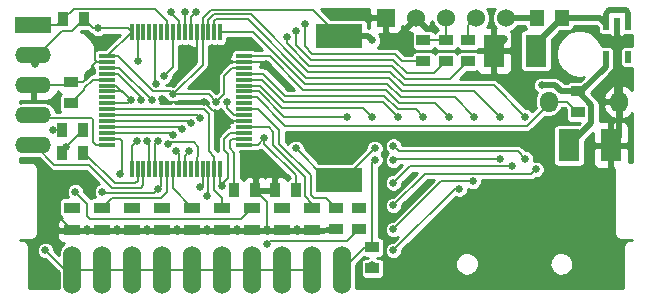
<source format=gbl>
G04 (created by PCBNEW-RS274X (2012-01-19 BZR 3256)-stable) date 26/03/2013 21:56:11*
G01*
G70*
G90*
%MOIN*%
G04 Gerber Fmt 3.4, Leading zero omitted, Abs format*
%FSLAX34Y34*%
G04 APERTURE LIST*
%ADD10C,0.006000*%
%ADD11R,0.035000X0.045000*%
%ADD12R,0.020000X0.040000*%
%ADD13R,0.070000X0.110000*%
%ADD14R,0.045000X0.055000*%
%ADD15R,0.045000X0.035000*%
%ADD16R,0.120000X0.055000*%
%ADD17O,0.120000X0.055000*%
%ADD18O,0.060000X0.160000*%
%ADD19R,0.057200X0.011800*%
%ADD20R,0.011800X0.057200*%
%ADD21R,0.055000X0.035000*%
%ADD22R,0.157500X0.078700*%
%ADD23R,0.060000X0.060000*%
%ADD24C,0.060000*%
%ADD25O,0.060000X0.070000*%
%ADD26C,0.025000*%
%ADD27C,0.020000*%
%ADD28C,0.008000*%
%ADD29C,0.010000*%
G04 APERTURE END LIST*
G54D10*
G54D11*
X89400Y-66550D03*
X88700Y-66550D03*
G54D12*
X99725Y-61000D03*
X100475Y-61000D03*
X99725Y-62100D03*
X100100Y-61000D03*
X100475Y-62100D03*
G54D13*
X98500Y-65050D03*
X99900Y-65050D03*
G54D14*
X97425Y-60800D03*
X98275Y-60800D03*
G54D15*
X91500Y-67850D03*
X91500Y-67150D03*
X90750Y-67850D03*
X90750Y-67150D03*
X98800Y-63950D03*
X98800Y-63250D03*
G54D11*
X81650Y-60850D03*
X82350Y-60850D03*
G54D16*
X80650Y-61050D03*
G54D17*
X80650Y-62050D03*
X80650Y-63050D03*
X80650Y-64050D03*
X80650Y-65050D03*
G54D18*
X90950Y-69200D03*
X89950Y-69200D03*
X88950Y-69200D03*
X87950Y-69200D03*
X86950Y-69200D03*
X85950Y-69200D03*
X84950Y-69200D03*
X83950Y-69200D03*
X82950Y-69200D03*
X81950Y-69200D03*
G54D19*
X83117Y-64633D03*
X83117Y-64436D03*
X83117Y-64239D03*
X83117Y-64042D03*
X83117Y-63845D03*
X83117Y-63648D03*
X83117Y-64830D03*
X83117Y-65026D03*
G54D20*
X84711Y-65833D03*
X84908Y-65833D03*
X85105Y-65833D03*
G54D19*
X87683Y-62861D03*
X87683Y-62664D03*
X87683Y-62467D03*
X87683Y-62270D03*
X87683Y-62074D03*
G54D20*
X86089Y-61267D03*
G54D19*
X87683Y-63058D03*
X87683Y-63255D03*
X87683Y-63452D03*
X87683Y-63648D03*
X87683Y-63845D03*
G54D20*
X84908Y-61267D03*
X86286Y-65833D03*
X85105Y-61267D03*
X86483Y-65833D03*
X86680Y-65833D03*
X85302Y-61267D03*
X85498Y-61267D03*
X86876Y-65833D03*
G54D19*
X87683Y-64239D03*
G54D20*
X85695Y-61267D03*
X85892Y-61267D03*
G54D19*
X87683Y-64042D03*
G54D20*
X86089Y-65833D03*
X84711Y-61267D03*
X84514Y-61267D03*
X85892Y-65833D03*
X85695Y-65833D03*
X84317Y-61267D03*
X84120Y-61267D03*
X85498Y-65833D03*
X85302Y-65833D03*
X83924Y-61267D03*
G54D19*
X83117Y-63452D03*
X83117Y-63255D03*
X83117Y-63058D03*
X83117Y-62861D03*
G54D20*
X86286Y-61267D03*
X86483Y-61267D03*
X86680Y-61267D03*
X86876Y-61267D03*
G54D19*
X87683Y-64436D03*
X87683Y-64633D03*
X87683Y-64830D03*
X87683Y-65026D03*
X83117Y-62664D03*
X83117Y-62467D03*
X83117Y-62270D03*
X83117Y-62074D03*
G54D20*
X84514Y-65833D03*
X84317Y-65833D03*
X84120Y-65833D03*
X83924Y-65833D03*
G54D21*
X85950Y-67125D03*
X85950Y-67875D03*
X83950Y-67125D03*
X83950Y-67875D03*
X84950Y-67125D03*
X84950Y-67875D03*
X86950Y-67125D03*
X86950Y-67875D03*
X87950Y-67125D03*
X87950Y-67875D03*
X81950Y-67125D03*
X81950Y-67875D03*
X82950Y-67125D03*
X82950Y-67875D03*
X89950Y-67125D03*
X89950Y-67875D03*
X88950Y-67125D03*
X88950Y-67875D03*
G54D11*
X81600Y-64550D03*
X82300Y-64550D03*
G54D15*
X81900Y-63650D03*
X81900Y-62950D03*
G54D13*
X97400Y-61900D03*
X96000Y-61900D03*
G54D15*
X91950Y-69150D03*
X91950Y-68450D03*
G54D22*
X90850Y-61400D03*
X90850Y-66200D03*
G54D23*
X92400Y-60800D03*
G54D24*
X93400Y-60800D03*
X94400Y-60800D03*
X95400Y-60800D03*
X96400Y-60800D03*
G54D15*
X95150Y-62250D03*
X95150Y-61550D03*
X94400Y-62250D03*
X94400Y-61550D03*
X93650Y-62250D03*
X93650Y-61550D03*
G54D11*
X82300Y-65300D03*
X81600Y-65300D03*
X88050Y-66550D03*
X87350Y-66550D03*
G54D25*
X97819Y-63600D03*
X100181Y-63600D03*
G54D26*
X85150Y-65000D03*
X81950Y-67125D03*
X84800Y-66500D03*
X84250Y-63550D03*
X82950Y-66600D03*
X82950Y-67125D03*
X84600Y-63550D03*
X85700Y-60600D03*
X85000Y-62750D03*
X85250Y-60600D03*
X91100Y-64100D03*
X91950Y-64100D03*
X92800Y-64100D03*
X93650Y-64100D03*
X94500Y-64100D03*
X95350Y-64100D03*
X96200Y-64100D03*
X97050Y-64100D03*
X86075Y-60600D03*
X81650Y-60850D03*
X87100Y-63600D03*
X81050Y-68550D03*
X88450Y-68350D03*
X92025Y-65525D03*
X91500Y-67150D03*
X96200Y-65500D03*
X85900Y-64300D03*
X92650Y-65550D03*
X92650Y-65075D03*
X97050Y-65500D03*
X86200Y-64150D03*
X92650Y-67850D03*
X85850Y-65250D03*
X95300Y-66250D03*
X92650Y-68550D03*
X85400Y-65250D03*
X94850Y-66500D03*
X92650Y-67050D03*
X97400Y-65850D03*
X85300Y-64700D03*
X85600Y-64500D03*
X96600Y-65750D03*
X92650Y-66300D03*
X83950Y-67125D03*
X83550Y-66000D03*
X86950Y-66400D03*
X85950Y-67125D03*
X86950Y-67125D03*
X88950Y-67125D03*
X86200Y-66450D03*
X84950Y-67125D03*
X86450Y-66750D03*
X82050Y-66600D03*
X83900Y-63550D03*
X87950Y-67125D03*
X89950Y-67125D03*
X90750Y-67150D03*
X89100Y-61450D03*
X84800Y-64900D03*
X89400Y-61250D03*
X84450Y-64900D03*
X89700Y-61000D03*
X84150Y-62250D03*
X92650Y-69700D03*
X87450Y-67850D03*
X89450Y-67850D03*
X86450Y-67850D03*
X85300Y-63000D03*
X88450Y-67850D03*
X82450Y-67850D03*
X85450Y-67850D03*
X84450Y-67850D03*
X88400Y-62350D03*
X96350Y-61500D03*
X83450Y-67850D03*
X81050Y-66600D03*
X86350Y-63600D03*
X84950Y-63500D03*
X81750Y-65100D03*
X98400Y-66100D03*
X86750Y-63200D03*
X82750Y-61650D03*
X84750Y-63000D03*
X89400Y-65150D03*
X92025Y-65150D03*
X91950Y-69050D03*
X91950Y-61550D03*
X82800Y-61150D03*
X97600Y-63050D03*
X81300Y-64550D03*
X80700Y-62350D03*
X88350Y-64800D03*
X84100Y-64900D03*
X86750Y-63600D03*
X85300Y-63350D03*
G54D27*
X100400Y-60550D02*
X99850Y-60550D01*
X99850Y-60550D02*
X99725Y-60675D01*
X98275Y-60800D02*
X97400Y-61675D01*
X97400Y-61675D02*
X97400Y-61900D01*
X99725Y-60675D02*
X99725Y-61000D01*
X98275Y-60800D02*
X99525Y-60800D01*
X99525Y-60800D02*
X99725Y-61000D01*
X100475Y-61000D02*
X100475Y-60625D01*
X100475Y-60625D02*
X100400Y-60550D01*
G54D28*
X86150Y-65400D02*
X86150Y-65100D01*
X86089Y-65833D02*
X86089Y-65461D01*
X86150Y-65100D02*
X86000Y-64950D01*
X86000Y-64950D02*
X85200Y-64950D01*
X85200Y-64950D02*
X85150Y-65000D01*
X86089Y-65461D02*
X86150Y-65400D01*
X82350Y-63150D02*
X82350Y-63200D01*
X82639Y-62861D02*
X82350Y-63150D01*
X83117Y-62861D02*
X82639Y-62861D01*
X82350Y-63200D02*
X81900Y-63650D01*
X83464Y-62664D02*
X84250Y-63450D01*
X84662Y-66638D02*
X82988Y-66638D01*
X82988Y-66638D02*
X82950Y-66600D01*
X84908Y-66392D02*
X84800Y-66500D01*
X84908Y-65833D02*
X84908Y-66392D01*
X84250Y-63450D02*
X84250Y-63550D01*
X83464Y-62664D02*
X83117Y-62664D01*
X84800Y-66500D02*
X84662Y-66638D01*
X85105Y-65833D02*
X85105Y-66595D01*
X83517Y-62467D02*
X84600Y-63550D01*
X84900Y-66800D02*
X83275Y-66800D01*
X85105Y-66595D02*
X84900Y-66800D01*
X83517Y-62467D02*
X83117Y-62467D01*
X83275Y-66800D02*
X82950Y-67125D01*
X89050Y-64400D02*
X88102Y-63452D01*
X97100Y-64400D02*
X89050Y-64400D01*
X97819Y-63600D02*
X98450Y-63600D01*
X97819Y-63681D02*
X97100Y-64400D01*
X97819Y-63600D02*
X97819Y-63681D01*
X98450Y-63600D02*
X98800Y-63950D01*
X88102Y-63452D02*
X87683Y-63452D01*
X85695Y-60605D02*
X85700Y-60600D01*
X85695Y-61267D02*
X85695Y-60605D01*
X85000Y-62750D02*
X85302Y-62448D01*
X85302Y-62448D02*
X85302Y-61267D01*
X85250Y-60650D02*
X85250Y-60600D01*
X85498Y-61267D02*
X85498Y-60898D01*
X85498Y-60898D02*
X85250Y-60650D01*
X91100Y-64100D02*
X89000Y-64100D01*
X88155Y-63255D02*
X87683Y-63255D01*
X89000Y-64100D02*
X88155Y-63255D01*
X91650Y-63800D02*
X91950Y-64100D01*
X88208Y-63058D02*
X87683Y-63058D01*
X88950Y-63800D02*
X88208Y-63058D01*
X91650Y-63800D02*
X88950Y-63800D01*
X92300Y-63600D02*
X92800Y-64100D01*
X89000Y-63600D02*
X92300Y-63600D01*
X89000Y-63600D02*
X88261Y-62861D01*
X87683Y-62861D02*
X88261Y-62861D01*
X89050Y-63400D02*
X88314Y-62664D01*
X93400Y-63850D02*
X93650Y-64100D01*
X89050Y-63400D02*
X92350Y-63400D01*
X92800Y-63850D02*
X92350Y-63400D01*
X93400Y-63850D02*
X92800Y-63850D01*
X87683Y-62664D02*
X88314Y-62664D01*
X89650Y-63200D02*
X92400Y-63200D01*
X94050Y-63650D02*
X94500Y-64100D01*
X94050Y-63650D02*
X92850Y-63650D01*
X88524Y-62074D02*
X89650Y-63200D01*
X92850Y-63650D02*
X92400Y-63200D01*
X87683Y-62074D02*
X88524Y-62074D01*
X94700Y-63450D02*
X92900Y-63450D01*
X92900Y-63450D02*
X92450Y-63000D01*
X89700Y-63000D02*
X87967Y-61267D01*
X87967Y-61267D02*
X86876Y-61267D01*
X89700Y-63000D02*
X92450Y-63000D01*
X95350Y-64100D02*
X94700Y-63450D01*
X95350Y-63250D02*
X92950Y-63250D01*
X86680Y-61267D02*
X86680Y-60920D01*
X87800Y-60850D02*
X89750Y-62800D01*
X86680Y-60920D02*
X86750Y-60850D01*
X92950Y-63250D02*
X92500Y-62800D01*
X95350Y-63250D02*
X96200Y-64100D01*
X89750Y-62800D02*
X92500Y-62800D01*
X86750Y-60850D02*
X87800Y-60850D01*
X89800Y-62600D02*
X92550Y-62600D01*
X96000Y-63050D02*
X93000Y-63050D01*
X93000Y-63050D02*
X92550Y-62600D01*
X86483Y-60867D02*
X86662Y-60688D01*
X86483Y-61267D02*
X86483Y-60867D01*
X87888Y-60688D02*
X89800Y-62600D01*
X96000Y-63050D02*
X97050Y-64100D01*
X86662Y-60688D02*
X87888Y-60688D01*
X85892Y-61267D02*
X85892Y-60783D01*
X85892Y-60783D02*
X86075Y-60600D01*
X81450Y-61050D02*
X81650Y-60850D01*
X85105Y-60905D02*
X84700Y-60500D01*
X80650Y-61050D02*
X81450Y-61050D01*
X84700Y-60500D02*
X82000Y-60500D01*
X82000Y-60500D02*
X81650Y-60850D01*
X85105Y-61267D02*
X85105Y-60905D01*
X87342Y-64042D02*
X87100Y-63800D01*
X87100Y-63800D02*
X87100Y-63600D01*
X87683Y-64042D02*
X87342Y-64042D01*
X88950Y-69200D02*
X87950Y-69200D01*
X89950Y-69200D02*
X88950Y-69200D01*
X86950Y-69200D02*
X85950Y-69200D01*
X81950Y-69200D02*
X81700Y-69200D01*
X81700Y-69200D02*
X81050Y-68550D01*
X83950Y-69200D02*
X82950Y-69200D01*
X85950Y-69200D02*
X84950Y-69200D01*
X87950Y-69200D02*
X86950Y-69200D01*
X82950Y-69200D02*
X81950Y-69200D01*
X84950Y-69200D02*
X83950Y-69200D01*
X88450Y-68350D02*
X88550Y-68250D01*
X91100Y-68250D02*
X91500Y-67850D01*
X88550Y-68250D02*
X91100Y-68250D01*
X91700Y-68450D02*
X91950Y-68450D01*
X92025Y-65525D02*
X91950Y-65600D01*
X90950Y-69200D02*
X91700Y-68450D01*
X91950Y-65600D02*
X91950Y-68450D01*
X83117Y-64239D02*
X85839Y-64239D01*
X85839Y-64239D02*
X85900Y-64300D01*
X96200Y-65500D02*
X92700Y-65500D01*
X92700Y-65500D02*
X92650Y-65550D01*
X96800Y-65250D02*
X97050Y-65500D01*
X92650Y-65075D02*
X92825Y-65250D01*
X83117Y-64042D02*
X86092Y-64042D01*
X86092Y-64042D02*
X86200Y-64150D01*
X92825Y-65250D02*
X96800Y-65250D01*
X92650Y-67850D02*
X94250Y-66250D01*
X85695Y-65833D02*
X85695Y-65405D01*
X85695Y-65405D02*
X85850Y-65250D01*
X94250Y-66250D02*
X95300Y-66250D01*
X92650Y-68550D02*
X94700Y-66500D01*
X85498Y-65833D02*
X85498Y-65348D01*
X94700Y-66500D02*
X94850Y-66500D01*
X85498Y-65348D02*
X85400Y-65250D01*
X97250Y-66000D02*
X93700Y-66000D01*
X93700Y-66000D02*
X92650Y-67050D01*
X97400Y-65850D02*
X97250Y-66000D01*
X85233Y-64633D02*
X85300Y-64700D01*
X85233Y-64633D02*
X83117Y-64633D01*
X96600Y-65750D02*
X93200Y-65750D01*
X93200Y-65750D02*
X92650Y-66300D01*
X85536Y-64436D02*
X85600Y-64500D01*
X83117Y-64436D02*
X85536Y-64436D01*
X82650Y-64950D02*
X82650Y-64200D01*
X82726Y-65026D02*
X82650Y-64950D01*
X82650Y-64200D02*
X82600Y-64150D01*
X83117Y-65026D02*
X82726Y-65026D01*
X80750Y-64150D02*
X80650Y-64050D01*
X82600Y-64150D02*
X80750Y-64150D01*
X84317Y-65833D02*
X84317Y-66383D01*
X84224Y-66476D02*
X83276Y-66476D01*
X82500Y-65700D02*
X81350Y-65700D01*
X84317Y-66383D02*
X84224Y-66476D01*
X81350Y-65700D02*
X80700Y-65050D01*
X83276Y-66476D02*
X82500Y-65700D01*
X80700Y-65050D02*
X80650Y-65050D01*
X83530Y-64830D02*
X83600Y-64900D01*
X83117Y-64830D02*
X83530Y-64830D01*
X86950Y-66350D02*
X87150Y-66150D01*
X86950Y-66400D02*
X86950Y-66400D01*
X83600Y-65950D02*
X83550Y-66000D01*
X87217Y-64633D02*
X87000Y-64850D01*
X87217Y-64633D02*
X87683Y-64633D01*
X87000Y-65200D02*
X87150Y-65350D01*
X87150Y-65350D02*
X87150Y-66150D01*
X86950Y-66400D02*
X86950Y-66350D01*
X86876Y-65833D02*
X86876Y-66326D01*
X83530Y-64830D02*
X83600Y-64900D01*
X87000Y-64850D02*
X87000Y-65200D01*
X86876Y-66326D02*
X86950Y-66400D01*
X83600Y-64900D02*
X83600Y-65950D01*
X85302Y-66477D02*
X85950Y-67125D01*
X85302Y-65833D02*
X85302Y-66477D01*
X83117Y-63845D02*
X86345Y-63845D01*
X86500Y-64000D02*
X86500Y-65250D01*
X86500Y-65250D02*
X86680Y-65430D01*
X86500Y-64000D02*
X86345Y-63845D01*
X86950Y-66800D02*
X86950Y-67125D01*
X86680Y-65833D02*
X86680Y-66530D01*
X86680Y-65833D02*
X86680Y-65430D01*
X86680Y-66530D02*
X86950Y-66800D01*
X86286Y-66364D02*
X86200Y-66450D01*
X86286Y-65833D02*
X86286Y-66364D01*
X86483Y-66717D02*
X86450Y-66750D01*
X86483Y-65833D02*
X86483Y-66717D01*
X83802Y-63648D02*
X83900Y-63550D01*
X83802Y-63648D02*
X83117Y-63648D01*
X87950Y-67125D02*
X87575Y-67500D01*
X83117Y-63058D02*
X83408Y-63058D01*
X83605Y-63255D02*
X83900Y-63550D01*
X87575Y-67500D02*
X82550Y-67500D01*
X82050Y-66600D02*
X82450Y-67000D01*
X83117Y-63255D02*
X83605Y-63255D01*
X82550Y-67500D02*
X82450Y-67400D01*
X83408Y-63058D02*
X83900Y-63550D01*
X82450Y-67000D02*
X82450Y-67400D01*
X89950Y-67125D02*
X89950Y-67000D01*
X88650Y-64600D02*
X88486Y-64436D01*
X89700Y-66100D02*
X88650Y-65050D01*
X89700Y-66750D02*
X89700Y-66100D01*
X88650Y-65050D02*
X88650Y-64600D01*
X89950Y-67000D02*
X89700Y-66750D01*
X88486Y-64436D02*
X87683Y-64436D01*
X90750Y-67150D02*
X90400Y-66800D01*
X88850Y-64550D02*
X88145Y-63845D01*
X88850Y-64550D02*
X88850Y-65000D01*
X88145Y-63845D02*
X87683Y-63845D01*
X89900Y-66050D02*
X88850Y-65000D01*
X90000Y-66800D02*
X89900Y-66700D01*
X90400Y-66800D02*
X90000Y-66800D01*
X89900Y-66700D02*
X89900Y-66050D01*
X84711Y-64989D02*
X84800Y-64900D01*
X89100Y-61650D02*
X89100Y-61450D01*
X84711Y-64989D02*
X84711Y-65833D01*
X93050Y-62850D02*
X92600Y-62400D01*
X95150Y-62250D02*
X94550Y-62850D01*
X89850Y-62400D02*
X89100Y-61650D01*
X94550Y-62850D02*
X93050Y-62850D01*
X92600Y-62400D02*
X89850Y-62400D01*
X89900Y-62200D02*
X89400Y-61700D01*
X84514Y-65833D02*
X84514Y-64964D01*
X84514Y-64964D02*
X84450Y-64900D01*
X92650Y-62200D02*
X93100Y-62650D01*
X89400Y-61700D02*
X89400Y-61250D01*
X94400Y-62250D02*
X94000Y-62650D01*
X93100Y-62650D02*
X94000Y-62650D01*
X84514Y-65833D02*
X84514Y-65314D01*
X89900Y-62200D02*
X92650Y-62200D01*
X84120Y-62220D02*
X84120Y-61267D01*
X89700Y-61750D02*
X89700Y-61000D01*
X84120Y-62220D02*
X84150Y-62250D01*
X92700Y-62000D02*
X89950Y-62000D01*
X92950Y-62250D02*
X92700Y-62000D01*
X89950Y-62000D02*
X89700Y-61750D01*
X93650Y-62250D02*
X92950Y-62250D01*
G54D27*
X100100Y-61000D02*
X100100Y-63519D01*
G54D28*
X87683Y-62270D02*
X88320Y-62270D01*
G54D27*
X96350Y-61550D02*
X96350Y-61500D01*
G54D28*
X84425Y-67875D02*
X83950Y-67875D01*
X87425Y-67875D02*
X86950Y-67875D01*
G54D27*
X100100Y-63519D02*
X100181Y-63600D01*
G54D28*
X88950Y-67875D02*
X88475Y-67875D01*
X87950Y-67875D02*
X87475Y-67875D01*
X89425Y-67875D02*
X89450Y-67850D01*
X89950Y-67875D02*
X89475Y-67875D01*
X82950Y-67875D02*
X82475Y-67875D01*
X83475Y-67875D02*
X83450Y-67850D01*
X86700Y-63150D02*
X86750Y-63200D01*
X86089Y-61267D02*
X86089Y-62211D01*
G54D27*
X96000Y-61900D02*
X96350Y-61550D01*
G54D28*
X85425Y-67875D02*
X84950Y-67875D01*
X82475Y-67875D02*
X82450Y-67850D01*
X84950Y-67875D02*
X84475Y-67875D01*
G54D27*
X100181Y-63600D02*
X100181Y-64769D01*
G54D28*
X83950Y-67875D02*
X83475Y-67875D01*
X85425Y-67875D02*
X85450Y-67850D01*
X85475Y-67875D02*
X85450Y-67850D01*
X86950Y-67875D02*
X86475Y-67875D01*
X83425Y-67875D02*
X82950Y-67875D01*
X87475Y-67875D02*
X87450Y-67850D01*
X88450Y-67850D02*
X88450Y-66950D01*
X88475Y-67875D02*
X88450Y-67850D01*
X86425Y-67875D02*
X85950Y-67875D01*
X87425Y-67875D02*
X87450Y-67850D01*
X82600Y-62400D02*
X82600Y-62650D01*
X88450Y-66950D02*
X88050Y-66550D01*
X89475Y-67875D02*
X89450Y-67850D01*
X84425Y-67875D02*
X84450Y-67850D01*
X86350Y-63600D02*
X85050Y-63600D01*
X87950Y-67875D02*
X88425Y-67875D01*
X85950Y-67875D02*
X85475Y-67875D01*
X80650Y-63050D02*
X81800Y-63050D01*
X83425Y-67875D02*
X83450Y-67850D01*
X90750Y-67850D02*
X90725Y-67875D01*
X82425Y-67875D02*
X81950Y-67875D01*
X88320Y-62270D02*
X88400Y-62350D01*
X82600Y-62650D02*
X82300Y-62950D01*
X89425Y-67875D02*
X88950Y-67875D01*
X84475Y-67875D02*
X84450Y-67850D01*
X92650Y-69700D02*
X95950Y-66400D01*
X85050Y-63600D02*
X84950Y-63500D01*
X82425Y-67875D02*
X82450Y-67850D01*
X95950Y-66400D02*
X98100Y-66400D01*
X88050Y-66550D02*
X88700Y-66550D01*
X82730Y-62270D02*
X82600Y-62400D01*
X81750Y-65100D02*
X82300Y-64550D01*
X87683Y-62270D02*
X87230Y-62270D01*
X82700Y-62200D02*
X82700Y-61700D01*
X82700Y-61700D02*
X82750Y-61650D01*
X83117Y-62270D02*
X82730Y-62270D01*
X81050Y-66975D02*
X81950Y-67875D01*
X88425Y-67875D02*
X88450Y-67850D01*
X81800Y-63050D02*
X81900Y-62950D01*
G54D27*
X100181Y-64769D02*
X99900Y-65050D01*
G54D28*
X87683Y-64239D02*
X86989Y-64239D01*
X87230Y-62270D02*
X86700Y-62800D01*
X86425Y-67875D02*
X86450Y-67850D01*
X82300Y-62950D02*
X81900Y-62950D01*
X81050Y-66600D02*
X81050Y-66975D01*
X90725Y-67875D02*
X89950Y-67875D01*
X86475Y-67875D02*
X86450Y-67850D01*
X86700Y-62800D02*
X86700Y-63150D01*
X86989Y-64239D02*
X86350Y-63600D01*
X82770Y-62270D02*
X83117Y-62270D01*
X81600Y-65250D02*
X81750Y-65100D01*
X81600Y-65300D02*
X81600Y-65250D01*
X82770Y-62270D02*
X82700Y-62200D01*
X86089Y-62211D02*
X85300Y-63000D01*
X98100Y-66400D02*
X98400Y-66100D01*
X83364Y-66314D02*
X82350Y-65300D01*
X84120Y-65833D02*
X84120Y-66230D01*
X84120Y-66230D02*
X84036Y-66314D01*
X82350Y-65300D02*
X82300Y-65300D01*
X84036Y-66314D02*
X83364Y-66314D01*
X82350Y-65300D02*
X82300Y-65300D01*
G54D27*
X96400Y-60800D02*
X97425Y-60800D01*
G54D28*
X84750Y-63000D02*
X84711Y-62961D01*
X84711Y-62961D02*
X84711Y-61267D01*
X87270Y-64830D02*
X87200Y-64900D01*
X87200Y-64900D02*
X87200Y-65150D01*
X87200Y-65150D02*
X87350Y-65300D01*
X87350Y-66550D02*
X87350Y-65300D01*
X87683Y-64830D02*
X87270Y-64830D01*
X94400Y-61550D02*
X93650Y-61550D01*
X94400Y-60800D02*
X94400Y-61550D01*
X92025Y-65150D02*
X90975Y-66200D01*
X90975Y-66200D02*
X90850Y-66200D01*
X89400Y-65150D02*
X90450Y-66200D01*
X90450Y-66200D02*
X90850Y-66200D01*
X95150Y-61550D02*
X95150Y-61050D01*
X95150Y-61050D02*
X95400Y-60800D01*
X91950Y-69050D02*
X91950Y-69150D01*
X86286Y-61267D02*
X86286Y-60814D01*
G54D27*
X99250Y-64300D02*
X98500Y-65050D01*
G54D28*
X86574Y-60526D02*
X89976Y-60526D01*
X86286Y-60814D02*
X86574Y-60526D01*
X81950Y-61250D02*
X82350Y-60850D01*
X83807Y-61150D02*
X82800Y-61150D01*
X89976Y-60526D02*
X90850Y-61400D01*
G54D27*
X90850Y-61400D02*
X91800Y-61400D01*
G54D28*
X83924Y-65833D02*
X83924Y-65076D01*
G54D27*
X91800Y-61400D02*
X91950Y-61550D01*
G54D28*
X87000Y-62750D02*
X87000Y-63350D01*
X87683Y-65026D02*
X88124Y-65026D01*
G54D27*
X98800Y-63250D02*
X99250Y-63700D01*
G54D28*
X82650Y-61150D02*
X82800Y-61150D01*
X85300Y-63350D02*
X86500Y-63350D01*
X80800Y-62050D02*
X81600Y-61250D01*
X87283Y-62467D02*
X87683Y-62467D01*
G54D27*
X98250Y-63250D02*
X98050Y-63050D01*
G54D28*
X82350Y-60850D02*
X82650Y-61150D01*
X80650Y-62050D02*
X80650Y-62300D01*
X86500Y-63350D02*
X86750Y-63600D01*
X87000Y-63350D02*
X86750Y-63600D01*
G54D27*
X98800Y-63250D02*
X98250Y-63250D01*
G54D28*
X87283Y-62467D02*
X87000Y-62750D01*
X86286Y-62364D02*
X85300Y-63350D01*
X86286Y-61267D02*
X86286Y-62364D01*
X80650Y-62050D02*
X80800Y-62050D01*
X83117Y-62074D02*
X83924Y-61267D01*
X88350Y-65000D02*
X88350Y-64800D01*
X84650Y-63250D02*
X85200Y-63250D01*
G54D27*
X98900Y-63250D02*
X98800Y-63250D01*
G54D28*
X88124Y-65026D02*
X88350Y-64800D01*
G54D27*
X99725Y-62425D02*
X98900Y-63250D01*
G54D28*
X89400Y-66050D02*
X88350Y-65000D01*
X80650Y-62300D02*
X80700Y-62350D01*
X83924Y-61267D02*
X83807Y-61150D01*
X83474Y-62074D02*
X84650Y-63250D01*
X83924Y-65076D02*
X84100Y-64900D01*
X85200Y-63250D02*
X85300Y-63350D01*
G54D27*
X98050Y-63050D02*
X97600Y-63050D01*
G54D28*
X89400Y-66550D02*
X89400Y-66050D01*
G54D27*
X99250Y-63700D02*
X99250Y-64300D01*
G54D28*
X81600Y-61250D02*
X81950Y-61250D01*
X83117Y-62074D02*
X83474Y-62074D01*
X81600Y-64550D02*
X81300Y-64550D01*
G54D27*
X99725Y-62100D02*
X99725Y-62425D01*
G54D10*
G36*
X81562Y-63347D02*
X81531Y-63379D01*
X81505Y-63441D01*
X81505Y-63509D01*
X81505Y-63859D01*
X81531Y-63921D01*
X81550Y-63940D01*
X81417Y-63940D01*
X81361Y-63803D01*
X81238Y-63680D01*
X81078Y-63613D01*
X80904Y-63613D01*
X80224Y-63613D01*
X80195Y-63624D01*
X80195Y-63567D01*
X80213Y-63575D01*
X80600Y-63575D01*
X80600Y-63150D01*
X80600Y-63100D01*
X80600Y-63000D01*
X80700Y-63000D01*
X80700Y-63100D01*
X80700Y-63150D01*
X80700Y-63575D01*
X81087Y-63575D01*
X81279Y-63492D01*
X81425Y-63342D01*
X81457Y-63250D01*
X81464Y-63266D01*
X81534Y-63336D01*
X81562Y-63347D01*
X81562Y-63347D01*
G37*
G54D29*
X81562Y-63347D02*
X81531Y-63379D01*
X81505Y-63441D01*
X81505Y-63509D01*
X81505Y-63859D01*
X81531Y-63921D01*
X81550Y-63940D01*
X81417Y-63940D01*
X81361Y-63803D01*
X81238Y-63680D01*
X81078Y-63613D01*
X80904Y-63613D01*
X80224Y-63613D01*
X80195Y-63624D01*
X80195Y-63567D01*
X80213Y-63575D01*
X80600Y-63575D01*
X80600Y-63150D01*
X80600Y-63100D01*
X80600Y-63000D01*
X80700Y-63000D01*
X80700Y-63100D01*
X80700Y-63150D01*
X80700Y-63575D01*
X81087Y-63575D01*
X81279Y-63492D01*
X81425Y-63342D01*
X81457Y-63250D01*
X81464Y-63266D01*
X81534Y-63336D01*
X81562Y-63347D01*
G54D10*
G36*
X81650Y-65350D02*
X81550Y-65350D01*
X81550Y-65250D01*
X81650Y-65250D01*
X81650Y-65350D01*
X81650Y-65350D01*
G37*
G54D29*
X81650Y-65350D02*
X81550Y-65350D01*
X81550Y-65250D01*
X81650Y-65250D01*
X81650Y-65350D01*
G54D10*
G36*
X81950Y-63000D02*
X81850Y-63000D01*
X81850Y-62900D01*
X81950Y-62900D01*
X81950Y-63000D01*
X81950Y-63000D01*
G37*
G54D29*
X81950Y-63000D02*
X81850Y-63000D01*
X81850Y-62900D01*
X81950Y-62900D01*
X81950Y-63000D01*
G54D10*
G36*
X82350Y-64600D02*
X82250Y-64600D01*
X82250Y-64500D01*
X82350Y-64500D01*
X82350Y-64600D01*
X82350Y-64600D01*
G37*
G54D29*
X82350Y-64600D02*
X82250Y-64600D01*
X82250Y-64500D01*
X82350Y-64500D01*
X82350Y-64600D01*
G54D10*
G36*
X82663Y-62565D02*
X82661Y-62571D01*
X82661Y-62639D01*
X82661Y-62651D01*
X82639Y-62651D01*
X82559Y-62667D01*
X82536Y-62682D01*
X82490Y-62713D01*
X82374Y-62828D01*
X82374Y-62726D01*
X82352Y-62673D01*
X82482Y-62586D01*
X82536Y-62532D01*
X82603Y-62431D01*
X82620Y-62470D01*
X82661Y-62511D01*
X82661Y-62560D01*
X82663Y-62565D01*
X82663Y-62565D01*
G37*
G54D29*
X82663Y-62565D02*
X82661Y-62571D01*
X82661Y-62639D01*
X82661Y-62651D01*
X82639Y-62651D01*
X82559Y-62667D01*
X82536Y-62682D01*
X82490Y-62713D01*
X82374Y-62828D01*
X82374Y-62726D01*
X82352Y-62673D01*
X82482Y-62586D01*
X82536Y-62532D01*
X82603Y-62431D01*
X82620Y-62470D01*
X82661Y-62511D01*
X82661Y-62560D01*
X82663Y-62565D01*
G54D10*
G36*
X83534Y-61360D02*
X83049Y-61845D01*
X82797Y-61845D01*
X82735Y-61871D01*
X82724Y-61881D01*
X82695Y-61732D01*
X82666Y-61661D01*
X82536Y-61468D01*
X82482Y-61414D01*
X82288Y-61284D01*
X82234Y-61261D01*
X82251Y-61245D01*
X82448Y-61245D01*
X82501Y-61298D01*
X82502Y-61298D01*
X82569Y-61344D01*
X82570Y-61344D01*
X82580Y-61346D01*
X82633Y-61399D01*
X82741Y-61444D01*
X82858Y-61444D01*
X82966Y-61399D01*
X83005Y-61360D01*
X83534Y-61360D01*
X83534Y-61360D01*
G37*
G54D29*
X83534Y-61360D02*
X83049Y-61845D01*
X82797Y-61845D01*
X82735Y-61871D01*
X82724Y-61881D01*
X82695Y-61732D01*
X82666Y-61661D01*
X82536Y-61468D01*
X82482Y-61414D01*
X82288Y-61284D01*
X82234Y-61261D01*
X82251Y-61245D01*
X82448Y-61245D01*
X82501Y-61298D01*
X82502Y-61298D01*
X82569Y-61344D01*
X82570Y-61344D01*
X82580Y-61346D01*
X82633Y-61399D01*
X82741Y-61444D01*
X82858Y-61444D01*
X82966Y-61399D01*
X83005Y-61360D01*
X83534Y-61360D01*
G54D10*
G36*
X85219Y-63635D02*
X84883Y-63635D01*
X84894Y-63609D01*
X84894Y-63492D01*
X84880Y-63460D01*
X85027Y-63460D01*
X85051Y-63516D01*
X85133Y-63599D01*
X85219Y-63635D01*
X85219Y-63635D01*
G37*
G54D29*
X85219Y-63635D02*
X84883Y-63635D01*
X84894Y-63609D01*
X84894Y-63492D01*
X84880Y-63460D01*
X85027Y-63460D01*
X85051Y-63516D01*
X85133Y-63599D01*
X85219Y-63635D01*
G54D10*
G36*
X86076Y-62277D02*
X85297Y-63056D01*
X85281Y-63056D01*
X85267Y-63053D01*
X85200Y-63040D01*
X85067Y-63040D01*
X85166Y-62999D01*
X85249Y-62917D01*
X85294Y-62809D01*
X85294Y-62752D01*
X85450Y-62597D01*
X85450Y-62596D01*
X85496Y-62529D01*
X85496Y-62528D01*
X85498Y-62515D01*
X85511Y-62448D01*
X85512Y-62448D01*
X85512Y-61723D01*
X85591Y-61723D01*
X85596Y-61720D01*
X85602Y-61723D01*
X85670Y-61723D01*
X85788Y-61723D01*
X85793Y-61720D01*
X85799Y-61723D01*
X85848Y-61723D01*
X85889Y-61764D01*
X85980Y-61802D01*
X85989Y-61802D01*
X85989Y-61803D01*
X86076Y-61803D01*
X86076Y-62277D01*
X86076Y-62277D01*
G37*
G54D29*
X86076Y-62277D02*
X85297Y-63056D01*
X85281Y-63056D01*
X85267Y-63053D01*
X85200Y-63040D01*
X85067Y-63040D01*
X85166Y-62999D01*
X85249Y-62917D01*
X85294Y-62809D01*
X85294Y-62752D01*
X85450Y-62597D01*
X85450Y-62596D01*
X85496Y-62529D01*
X85496Y-62528D01*
X85498Y-62515D01*
X85511Y-62448D01*
X85512Y-62448D01*
X85512Y-61723D01*
X85591Y-61723D01*
X85596Y-61720D01*
X85602Y-61723D01*
X85670Y-61723D01*
X85788Y-61723D01*
X85793Y-61720D01*
X85799Y-61723D01*
X85848Y-61723D01*
X85889Y-61764D01*
X85980Y-61802D01*
X85989Y-61802D01*
X85989Y-61803D01*
X86076Y-61803D01*
X86076Y-62277D01*
G54D10*
G36*
X86463Y-63677D02*
X86426Y-63651D01*
X86412Y-63648D01*
X86345Y-63635D01*
X85379Y-63635D01*
X85466Y-63599D01*
X85505Y-63560D01*
X86413Y-63560D01*
X86456Y-63602D01*
X86456Y-63658D01*
X86463Y-63677D01*
X86463Y-63677D01*
G37*
G54D29*
X86463Y-63677D02*
X86426Y-63651D01*
X86412Y-63648D01*
X86345Y-63635D01*
X85379Y-63635D01*
X85466Y-63599D01*
X85505Y-63560D01*
X86413Y-63560D01*
X86456Y-63602D01*
X86456Y-63658D01*
X86463Y-63677D01*
G54D10*
G36*
X87292Y-64242D02*
X87266Y-64268D01*
X87209Y-64268D01*
X87147Y-64330D01*
X87148Y-64347D01*
X87182Y-64429D01*
X87182Y-64430D01*
X87137Y-64439D01*
X87114Y-64454D01*
X87068Y-64485D01*
X86852Y-64702D01*
X86806Y-64769D01*
X86803Y-64782D01*
X86790Y-64850D01*
X86790Y-65200D01*
X86800Y-65253D01*
X86710Y-65163D01*
X86710Y-64000D01*
X86696Y-63932D01*
X86694Y-63920D01*
X86694Y-63919D01*
X86671Y-63885D01*
X86691Y-63894D01*
X86808Y-63894D01*
X86901Y-63855D01*
X86903Y-63867D01*
X86906Y-63881D01*
X86952Y-63948D01*
X87147Y-64144D01*
X87147Y-64148D01*
X87209Y-64210D01*
X87222Y-64210D01*
X87223Y-64210D01*
X87261Y-64236D01*
X87262Y-64236D01*
X87274Y-64238D01*
X87292Y-64242D01*
X87292Y-64242D01*
G37*
G54D29*
X87292Y-64242D02*
X87266Y-64268D01*
X87209Y-64268D01*
X87147Y-64330D01*
X87148Y-64347D01*
X87182Y-64429D01*
X87182Y-64430D01*
X87137Y-64439D01*
X87114Y-64454D01*
X87068Y-64485D01*
X86852Y-64702D01*
X86806Y-64769D01*
X86803Y-64782D01*
X86790Y-64850D01*
X86790Y-65200D01*
X86800Y-65253D01*
X86710Y-65163D01*
X86710Y-64000D01*
X86696Y-63932D01*
X86694Y-63920D01*
X86694Y-63919D01*
X86671Y-63885D01*
X86691Y-63894D01*
X86808Y-63894D01*
X86901Y-63855D01*
X86903Y-63867D01*
X86906Y-63881D01*
X86952Y-63948D01*
X87147Y-64144D01*
X87147Y-64148D01*
X87209Y-64210D01*
X87222Y-64210D01*
X87223Y-64210D01*
X87261Y-64236D01*
X87262Y-64236D01*
X87274Y-64238D01*
X87292Y-64242D01*
G54D10*
G36*
X88267Y-61864D02*
X88048Y-61864D01*
X88003Y-61845D01*
X87935Y-61845D01*
X87363Y-61845D01*
X87301Y-61871D01*
X87253Y-61919D01*
X87227Y-61981D01*
X87227Y-62029D01*
X87186Y-62070D01*
X87148Y-62162D01*
X87147Y-62179D01*
X87209Y-62241D01*
X87265Y-62241D01*
X87281Y-62257D01*
X87215Y-62270D01*
X87202Y-62273D01*
X87134Y-62319D01*
X86852Y-62602D01*
X86806Y-62669D01*
X86803Y-62682D01*
X86790Y-62750D01*
X86790Y-63263D01*
X86749Y-63303D01*
X86648Y-63202D01*
X86581Y-63156D01*
X86567Y-63153D01*
X86500Y-63140D01*
X85806Y-63140D01*
X86434Y-62513D01*
X86434Y-62512D01*
X86464Y-62467D01*
X86479Y-62445D01*
X86480Y-62444D01*
X86495Y-62364D01*
X86496Y-62364D01*
X86496Y-61723D01*
X86576Y-61723D01*
X86581Y-61720D01*
X86587Y-61723D01*
X86655Y-61723D01*
X86773Y-61723D01*
X86778Y-61720D01*
X86783Y-61723D01*
X86851Y-61723D01*
X86969Y-61723D01*
X87031Y-61697D01*
X87079Y-61649D01*
X87105Y-61587D01*
X87105Y-61519D01*
X87105Y-61477D01*
X87880Y-61477D01*
X88267Y-61864D01*
X88267Y-61864D01*
G37*
G54D29*
X88267Y-61864D02*
X88048Y-61864D01*
X88003Y-61845D01*
X87935Y-61845D01*
X87363Y-61845D01*
X87301Y-61871D01*
X87253Y-61919D01*
X87227Y-61981D01*
X87227Y-62029D01*
X87186Y-62070D01*
X87148Y-62162D01*
X87147Y-62179D01*
X87209Y-62241D01*
X87265Y-62241D01*
X87281Y-62257D01*
X87215Y-62270D01*
X87202Y-62273D01*
X87134Y-62319D01*
X86852Y-62602D01*
X86806Y-62669D01*
X86803Y-62682D01*
X86790Y-62750D01*
X86790Y-63263D01*
X86749Y-63303D01*
X86648Y-63202D01*
X86581Y-63156D01*
X86567Y-63153D01*
X86500Y-63140D01*
X85806Y-63140D01*
X86434Y-62513D01*
X86434Y-62512D01*
X86464Y-62467D01*
X86479Y-62445D01*
X86480Y-62444D01*
X86495Y-62364D01*
X86496Y-62364D01*
X86496Y-61723D01*
X86576Y-61723D01*
X86581Y-61720D01*
X86587Y-61723D01*
X86655Y-61723D01*
X86773Y-61723D01*
X86778Y-61720D01*
X86783Y-61723D01*
X86851Y-61723D01*
X86969Y-61723D01*
X87031Y-61697D01*
X87079Y-61649D01*
X87105Y-61587D01*
X87105Y-61519D01*
X87105Y-61477D01*
X87880Y-61477D01*
X88267Y-61864D01*
G54D10*
G36*
X89190Y-66155D02*
X89129Y-66181D01*
X89097Y-66212D01*
X89086Y-66184D01*
X89016Y-66114D01*
X88924Y-66076D01*
X88812Y-66075D01*
X88750Y-66137D01*
X88750Y-66450D01*
X88750Y-66500D01*
X88750Y-66600D01*
X88650Y-66600D01*
X88650Y-66500D01*
X88650Y-66137D01*
X88588Y-66075D01*
X88476Y-66076D01*
X88384Y-66114D01*
X88375Y-66123D01*
X88366Y-66114D01*
X88274Y-66076D01*
X88162Y-66075D01*
X88100Y-66137D01*
X88100Y-66500D01*
X88337Y-66500D01*
X88413Y-66500D01*
X88650Y-66500D01*
X88650Y-66600D01*
X88600Y-66600D01*
X88413Y-66600D01*
X88337Y-66600D01*
X88150Y-66600D01*
X88100Y-66600D01*
X88000Y-66600D01*
X88000Y-66500D01*
X88000Y-66450D01*
X88000Y-66137D01*
X87938Y-66075D01*
X87826Y-66076D01*
X87734Y-66114D01*
X87664Y-66184D01*
X87652Y-66212D01*
X87621Y-66181D01*
X87560Y-66155D01*
X87560Y-65300D01*
X87551Y-65255D01*
X88003Y-65255D01*
X88048Y-65236D01*
X88124Y-65236D01*
X88124Y-65235D01*
X88191Y-65222D01*
X88204Y-65220D01*
X88205Y-65220D01*
X88245Y-65191D01*
X89190Y-66136D01*
X89190Y-66155D01*
X89190Y-66155D01*
G37*
G54D29*
X89190Y-66155D02*
X89129Y-66181D01*
X89097Y-66212D01*
X89086Y-66184D01*
X89016Y-66114D01*
X88924Y-66076D01*
X88812Y-66075D01*
X88750Y-66137D01*
X88750Y-66450D01*
X88750Y-66500D01*
X88750Y-66600D01*
X88650Y-66600D01*
X88650Y-66500D01*
X88650Y-66137D01*
X88588Y-66075D01*
X88476Y-66076D01*
X88384Y-66114D01*
X88375Y-66123D01*
X88366Y-66114D01*
X88274Y-66076D01*
X88162Y-66075D01*
X88100Y-66137D01*
X88100Y-66500D01*
X88337Y-66500D01*
X88413Y-66500D01*
X88650Y-66500D01*
X88650Y-66600D01*
X88600Y-66600D01*
X88413Y-66600D01*
X88337Y-66600D01*
X88150Y-66600D01*
X88100Y-66600D01*
X88000Y-66600D01*
X88000Y-66500D01*
X88000Y-66450D01*
X88000Y-66137D01*
X87938Y-66075D01*
X87826Y-66076D01*
X87734Y-66114D01*
X87664Y-66184D01*
X87652Y-66212D01*
X87621Y-66181D01*
X87560Y-66155D01*
X87560Y-65300D01*
X87551Y-65255D01*
X88003Y-65255D01*
X88048Y-65236D01*
X88124Y-65236D01*
X88124Y-65235D01*
X88191Y-65222D01*
X88204Y-65220D01*
X88205Y-65220D01*
X88245Y-65191D01*
X89190Y-66136D01*
X89190Y-66155D01*
G54D10*
G36*
X89343Y-63190D02*
X89136Y-63190D01*
X88462Y-62516D01*
X88395Y-62470D01*
X88381Y-62467D01*
X88314Y-62454D01*
X88186Y-62454D01*
X88218Y-62378D01*
X88218Y-62370D01*
X88219Y-62370D01*
X88219Y-62361D01*
X88219Y-62284D01*
X88437Y-62284D01*
X89343Y-63190D01*
X89343Y-63190D01*
G37*
G54D29*
X89343Y-63190D02*
X89136Y-63190D01*
X88462Y-62516D01*
X88395Y-62470D01*
X88381Y-62467D01*
X88314Y-62454D01*
X88186Y-62454D01*
X88218Y-62378D01*
X88218Y-62370D01*
X88219Y-62370D01*
X88219Y-62361D01*
X88219Y-62284D01*
X88437Y-62284D01*
X89343Y-63190D01*
G54D10*
G36*
X90800Y-67900D02*
X90700Y-67900D01*
X90650Y-67900D01*
X90337Y-67900D01*
X90312Y-67925D01*
X90050Y-67925D01*
X90000Y-67925D01*
X89900Y-67925D01*
X89850Y-67925D01*
X89487Y-67925D01*
X89450Y-67962D01*
X89413Y-67925D01*
X89050Y-67925D01*
X89000Y-67925D01*
X88900Y-67925D01*
X88850Y-67925D01*
X88487Y-67925D01*
X88450Y-67962D01*
X88413Y-67925D01*
X88050Y-67925D01*
X88000Y-67925D01*
X87900Y-67925D01*
X87850Y-67925D01*
X87487Y-67925D01*
X87450Y-67962D01*
X87413Y-67925D01*
X87050Y-67925D01*
X87000Y-67925D01*
X86900Y-67925D01*
X86850Y-67925D01*
X86487Y-67925D01*
X86450Y-67962D01*
X86413Y-67925D01*
X86050Y-67925D01*
X86000Y-67925D01*
X85900Y-67925D01*
X85850Y-67925D01*
X85487Y-67925D01*
X85450Y-67962D01*
X85413Y-67925D01*
X85050Y-67925D01*
X85000Y-67925D01*
X84900Y-67925D01*
X84850Y-67925D01*
X84487Y-67925D01*
X84450Y-67962D01*
X84413Y-67925D01*
X84050Y-67925D01*
X84000Y-67925D01*
X83900Y-67925D01*
X83850Y-67925D01*
X83487Y-67925D01*
X83450Y-67962D01*
X83413Y-67925D01*
X83050Y-67925D01*
X83000Y-67925D01*
X82900Y-67925D01*
X82850Y-67925D01*
X82487Y-67925D01*
X82450Y-67962D01*
X82413Y-67925D01*
X82050Y-67925D01*
X82000Y-67925D01*
X81900Y-67925D01*
X81850Y-67925D01*
X81487Y-67925D01*
X81425Y-67987D01*
X81426Y-68099D01*
X81464Y-68191D01*
X81534Y-68261D01*
X81625Y-68299D01*
X81680Y-68299D01*
X81560Y-68419D01*
X81489Y-68589D01*
X81489Y-68692D01*
X81344Y-68547D01*
X81344Y-68492D01*
X81299Y-68384D01*
X81217Y-68301D01*
X81109Y-68256D01*
X80992Y-68256D01*
X80884Y-68301D01*
X80801Y-68383D01*
X80756Y-68491D01*
X80756Y-68608D01*
X80801Y-68716D01*
X80883Y-68799D01*
X80991Y-68844D01*
X81047Y-68844D01*
X81489Y-69285D01*
X81489Y-69805D01*
X80495Y-69805D01*
X80495Y-68400D01*
X80480Y-68325D01*
X80438Y-68262D01*
X80375Y-68220D01*
X80300Y-68205D01*
X80195Y-68205D01*
X80195Y-68195D01*
X80600Y-68195D01*
X80675Y-68180D01*
X80738Y-68138D01*
X80780Y-68075D01*
X80795Y-68000D01*
X80795Y-65800D01*
X80780Y-65725D01*
X80738Y-65662D01*
X80675Y-65620D01*
X80600Y-65605D01*
X80195Y-65605D01*
X80195Y-65475D01*
X80222Y-65487D01*
X80396Y-65487D01*
X80840Y-65487D01*
X81201Y-65848D01*
X81202Y-65848D01*
X81269Y-65894D01*
X81270Y-65894D01*
X81282Y-65896D01*
X81350Y-65910D01*
X82413Y-65910D01*
X82833Y-66330D01*
X82784Y-66351D01*
X82701Y-66433D01*
X82656Y-66541D01*
X82656Y-66658D01*
X82701Y-66766D01*
X82714Y-66780D01*
X82641Y-66780D01*
X82579Y-66806D01*
X82565Y-66819D01*
X82344Y-66597D01*
X82344Y-66542D01*
X82299Y-66434D01*
X82217Y-66351D01*
X82109Y-66306D01*
X81992Y-66306D01*
X81884Y-66351D01*
X81801Y-66433D01*
X81756Y-66541D01*
X81756Y-66658D01*
X81801Y-66766D01*
X81814Y-66780D01*
X81641Y-66780D01*
X81579Y-66806D01*
X81531Y-66854D01*
X81505Y-66916D01*
X81505Y-66984D01*
X81505Y-67334D01*
X81531Y-67396D01*
X81579Y-67444D01*
X81610Y-67457D01*
X81534Y-67489D01*
X81464Y-67559D01*
X81426Y-67651D01*
X81425Y-67763D01*
X81487Y-67825D01*
X81850Y-67825D01*
X81900Y-67825D01*
X82000Y-67825D01*
X82050Y-67825D01*
X82413Y-67825D01*
X82450Y-67788D01*
X82487Y-67825D01*
X82850Y-67825D01*
X82900Y-67825D01*
X83000Y-67825D01*
X83050Y-67825D01*
X83413Y-67825D01*
X83450Y-67788D01*
X83487Y-67825D01*
X83850Y-67825D01*
X83900Y-67825D01*
X84000Y-67825D01*
X84050Y-67825D01*
X84413Y-67825D01*
X84450Y-67788D01*
X84487Y-67825D01*
X84850Y-67825D01*
X84900Y-67825D01*
X85000Y-67825D01*
X85050Y-67825D01*
X85413Y-67825D01*
X85450Y-67788D01*
X85487Y-67825D01*
X85850Y-67825D01*
X85900Y-67825D01*
X86000Y-67825D01*
X86050Y-67825D01*
X86413Y-67825D01*
X86450Y-67788D01*
X86487Y-67825D01*
X86850Y-67825D01*
X86900Y-67825D01*
X87000Y-67825D01*
X87050Y-67825D01*
X87413Y-67825D01*
X87450Y-67788D01*
X87487Y-67825D01*
X87850Y-67825D01*
X87900Y-67825D01*
X88000Y-67825D01*
X88050Y-67825D01*
X88413Y-67825D01*
X88450Y-67788D01*
X88487Y-67825D01*
X88850Y-67825D01*
X88900Y-67825D01*
X89000Y-67825D01*
X89050Y-67825D01*
X89413Y-67825D01*
X89450Y-67788D01*
X89487Y-67825D01*
X89850Y-67825D01*
X89900Y-67825D01*
X90000Y-67825D01*
X90050Y-67825D01*
X90413Y-67825D01*
X90438Y-67800D01*
X90650Y-67800D01*
X90700Y-67800D01*
X90800Y-67800D01*
X90800Y-67900D01*
X90800Y-67900D01*
G37*
G54D29*
X90800Y-67900D02*
X90700Y-67900D01*
X90650Y-67900D01*
X90337Y-67900D01*
X90312Y-67925D01*
X90050Y-67925D01*
X90000Y-67925D01*
X89900Y-67925D01*
X89850Y-67925D01*
X89487Y-67925D01*
X89450Y-67962D01*
X89413Y-67925D01*
X89050Y-67925D01*
X89000Y-67925D01*
X88900Y-67925D01*
X88850Y-67925D01*
X88487Y-67925D01*
X88450Y-67962D01*
X88413Y-67925D01*
X88050Y-67925D01*
X88000Y-67925D01*
X87900Y-67925D01*
X87850Y-67925D01*
X87487Y-67925D01*
X87450Y-67962D01*
X87413Y-67925D01*
X87050Y-67925D01*
X87000Y-67925D01*
X86900Y-67925D01*
X86850Y-67925D01*
X86487Y-67925D01*
X86450Y-67962D01*
X86413Y-67925D01*
X86050Y-67925D01*
X86000Y-67925D01*
X85900Y-67925D01*
X85850Y-67925D01*
X85487Y-67925D01*
X85450Y-67962D01*
X85413Y-67925D01*
X85050Y-67925D01*
X85000Y-67925D01*
X84900Y-67925D01*
X84850Y-67925D01*
X84487Y-67925D01*
X84450Y-67962D01*
X84413Y-67925D01*
X84050Y-67925D01*
X84000Y-67925D01*
X83900Y-67925D01*
X83850Y-67925D01*
X83487Y-67925D01*
X83450Y-67962D01*
X83413Y-67925D01*
X83050Y-67925D01*
X83000Y-67925D01*
X82900Y-67925D01*
X82850Y-67925D01*
X82487Y-67925D01*
X82450Y-67962D01*
X82413Y-67925D01*
X82050Y-67925D01*
X82000Y-67925D01*
X81900Y-67925D01*
X81850Y-67925D01*
X81487Y-67925D01*
X81425Y-67987D01*
X81426Y-68099D01*
X81464Y-68191D01*
X81534Y-68261D01*
X81625Y-68299D01*
X81680Y-68299D01*
X81560Y-68419D01*
X81489Y-68589D01*
X81489Y-68692D01*
X81344Y-68547D01*
X81344Y-68492D01*
X81299Y-68384D01*
X81217Y-68301D01*
X81109Y-68256D01*
X80992Y-68256D01*
X80884Y-68301D01*
X80801Y-68383D01*
X80756Y-68491D01*
X80756Y-68608D01*
X80801Y-68716D01*
X80883Y-68799D01*
X80991Y-68844D01*
X81047Y-68844D01*
X81489Y-69285D01*
X81489Y-69805D01*
X80495Y-69805D01*
X80495Y-68400D01*
X80480Y-68325D01*
X80438Y-68262D01*
X80375Y-68220D01*
X80300Y-68205D01*
X80195Y-68205D01*
X80195Y-68195D01*
X80600Y-68195D01*
X80675Y-68180D01*
X80738Y-68138D01*
X80780Y-68075D01*
X80795Y-68000D01*
X80795Y-65800D01*
X80780Y-65725D01*
X80738Y-65662D01*
X80675Y-65620D01*
X80600Y-65605D01*
X80195Y-65605D01*
X80195Y-65475D01*
X80222Y-65487D01*
X80396Y-65487D01*
X80840Y-65487D01*
X81201Y-65848D01*
X81202Y-65848D01*
X81269Y-65894D01*
X81270Y-65894D01*
X81282Y-65896D01*
X81350Y-65910D01*
X82413Y-65910D01*
X82833Y-66330D01*
X82784Y-66351D01*
X82701Y-66433D01*
X82656Y-66541D01*
X82656Y-66658D01*
X82701Y-66766D01*
X82714Y-66780D01*
X82641Y-66780D01*
X82579Y-66806D01*
X82565Y-66819D01*
X82344Y-66597D01*
X82344Y-66542D01*
X82299Y-66434D01*
X82217Y-66351D01*
X82109Y-66306D01*
X81992Y-66306D01*
X81884Y-66351D01*
X81801Y-66433D01*
X81756Y-66541D01*
X81756Y-66658D01*
X81801Y-66766D01*
X81814Y-66780D01*
X81641Y-66780D01*
X81579Y-66806D01*
X81531Y-66854D01*
X81505Y-66916D01*
X81505Y-66984D01*
X81505Y-67334D01*
X81531Y-67396D01*
X81579Y-67444D01*
X81610Y-67457D01*
X81534Y-67489D01*
X81464Y-67559D01*
X81426Y-67651D01*
X81425Y-67763D01*
X81487Y-67825D01*
X81850Y-67825D01*
X81900Y-67825D01*
X82000Y-67825D01*
X82050Y-67825D01*
X82413Y-67825D01*
X82450Y-67788D01*
X82487Y-67825D01*
X82850Y-67825D01*
X82900Y-67825D01*
X83000Y-67825D01*
X83050Y-67825D01*
X83413Y-67825D01*
X83450Y-67788D01*
X83487Y-67825D01*
X83850Y-67825D01*
X83900Y-67825D01*
X84000Y-67825D01*
X84050Y-67825D01*
X84413Y-67825D01*
X84450Y-67788D01*
X84487Y-67825D01*
X84850Y-67825D01*
X84900Y-67825D01*
X85000Y-67825D01*
X85050Y-67825D01*
X85413Y-67825D01*
X85450Y-67788D01*
X85487Y-67825D01*
X85850Y-67825D01*
X85900Y-67825D01*
X86000Y-67825D01*
X86050Y-67825D01*
X86413Y-67825D01*
X86450Y-67788D01*
X86487Y-67825D01*
X86850Y-67825D01*
X86900Y-67825D01*
X87000Y-67825D01*
X87050Y-67825D01*
X87413Y-67825D01*
X87450Y-67788D01*
X87487Y-67825D01*
X87850Y-67825D01*
X87900Y-67825D01*
X88000Y-67825D01*
X88050Y-67825D01*
X88413Y-67825D01*
X88450Y-67788D01*
X88487Y-67825D01*
X88850Y-67825D01*
X88900Y-67825D01*
X89000Y-67825D01*
X89050Y-67825D01*
X89413Y-67825D01*
X89450Y-67788D01*
X89487Y-67825D01*
X89850Y-67825D01*
X89900Y-67825D01*
X90000Y-67825D01*
X90050Y-67825D01*
X90413Y-67825D01*
X90438Y-67800D01*
X90650Y-67800D01*
X90700Y-67800D01*
X90800Y-67800D01*
X90800Y-67900D01*
G54D10*
G36*
X100605Y-68205D02*
X100500Y-68205D01*
X100425Y-68220D01*
X100362Y-68262D01*
X100320Y-68325D01*
X100305Y-68400D01*
X100305Y-69805D01*
X99850Y-69805D01*
X99850Y-65788D01*
X99850Y-65100D01*
X99362Y-65100D01*
X99300Y-65162D01*
X99301Y-65551D01*
X99301Y-65650D01*
X99339Y-65741D01*
X99409Y-65811D01*
X99501Y-65849D01*
X99788Y-65850D01*
X99850Y-65788D01*
X99850Y-69805D01*
X98649Y-69805D01*
X98649Y-68980D01*
X98638Y-68904D01*
X98611Y-68829D01*
X98571Y-68763D01*
X98518Y-68704D01*
X98517Y-68702D01*
X98472Y-68670D01*
X98457Y-68658D01*
X98456Y-68657D01*
X98455Y-68657D01*
X98384Y-68624D01*
X98382Y-68623D01*
X98346Y-68614D01*
X98310Y-68605D01*
X98230Y-68601D01*
X98154Y-68612D01*
X98079Y-68639D01*
X98013Y-68679D01*
X97954Y-68731D01*
X97952Y-68733D01*
X97920Y-68777D01*
X97908Y-68793D01*
X97907Y-68793D01*
X97907Y-68795D01*
X97873Y-68868D01*
X97864Y-68904D01*
X97855Y-68940D01*
X97851Y-69020D01*
X97862Y-69096D01*
X97862Y-69097D01*
X97889Y-69171D01*
X97928Y-69236D01*
X97982Y-69296D01*
X97983Y-69297D01*
X98003Y-69312D01*
X98043Y-69342D01*
X98045Y-69343D01*
X98116Y-69376D01*
X98117Y-69377D01*
X98172Y-69390D01*
X98190Y-69395D01*
X98191Y-69395D01*
X98270Y-69399D01*
X98345Y-69388D01*
X98346Y-69388D01*
X98347Y-69387D01*
X98421Y-69361D01*
X98486Y-69322D01*
X98546Y-69268D01*
X98546Y-69267D01*
X98547Y-69267D01*
X98562Y-69246D01*
X98592Y-69207D01*
X98592Y-69206D01*
X98593Y-69205D01*
X98626Y-69134D01*
X98627Y-69133D01*
X98640Y-69078D01*
X98645Y-69060D01*
X98645Y-69059D01*
X98649Y-68980D01*
X98649Y-69805D01*
X97694Y-69805D01*
X97694Y-65909D01*
X97694Y-65792D01*
X97649Y-65684D01*
X97567Y-65601D01*
X97459Y-65556D01*
X97344Y-65556D01*
X97344Y-65442D01*
X97299Y-65334D01*
X97217Y-65251D01*
X97109Y-65206D01*
X97052Y-65206D01*
X96948Y-65102D01*
X96881Y-65056D01*
X96867Y-65053D01*
X96800Y-65040D01*
X92944Y-65040D01*
X92944Y-65017D01*
X92899Y-64909D01*
X92817Y-64826D01*
X92709Y-64781D01*
X92592Y-64781D01*
X92484Y-64826D01*
X92401Y-64908D01*
X92356Y-65016D01*
X92356Y-65133D01*
X92401Y-65241D01*
X92471Y-65312D01*
X92401Y-65383D01*
X92356Y-65491D01*
X92356Y-65608D01*
X92401Y-65716D01*
X92483Y-65799D01*
X92591Y-65844D01*
X92708Y-65844D01*
X92816Y-65799D01*
X92899Y-65717D01*
X92901Y-65710D01*
X92943Y-65710D01*
X92647Y-66006D01*
X92592Y-66006D01*
X92484Y-66051D01*
X92401Y-66133D01*
X92356Y-66241D01*
X92356Y-66358D01*
X92401Y-66466D01*
X92483Y-66549D01*
X92591Y-66594D01*
X92708Y-66594D01*
X92816Y-66549D01*
X92899Y-66467D01*
X92944Y-66359D01*
X92944Y-66302D01*
X93286Y-65960D01*
X93443Y-65960D01*
X92647Y-66756D01*
X92592Y-66756D01*
X92484Y-66801D01*
X92401Y-66883D01*
X92356Y-66991D01*
X92356Y-67108D01*
X92401Y-67216D01*
X92483Y-67299D01*
X92591Y-67344D01*
X92708Y-67344D01*
X92816Y-67299D01*
X92899Y-67217D01*
X92944Y-67109D01*
X92944Y-67052D01*
X93786Y-66210D01*
X93993Y-66210D01*
X92647Y-67556D01*
X92592Y-67556D01*
X92484Y-67601D01*
X92401Y-67683D01*
X92356Y-67791D01*
X92356Y-67908D01*
X92401Y-68016D01*
X92483Y-68099D01*
X92591Y-68144D01*
X92708Y-68144D01*
X92796Y-68106D01*
X92647Y-68256D01*
X92592Y-68256D01*
X92484Y-68301D01*
X92401Y-68383D01*
X92356Y-68491D01*
X92356Y-68608D01*
X92401Y-68716D01*
X92483Y-68799D01*
X92591Y-68844D01*
X92708Y-68844D01*
X92816Y-68799D01*
X92899Y-68717D01*
X92944Y-68609D01*
X92944Y-68552D01*
X94728Y-66768D01*
X94791Y-66794D01*
X94908Y-66794D01*
X95016Y-66749D01*
X95099Y-66667D01*
X95144Y-66559D01*
X95144Y-66503D01*
X95241Y-66544D01*
X95358Y-66544D01*
X95466Y-66499D01*
X95549Y-66417D01*
X95594Y-66309D01*
X95594Y-66210D01*
X97250Y-66210D01*
X97250Y-66209D01*
X97317Y-66196D01*
X97330Y-66194D01*
X97331Y-66194D01*
X97398Y-66148D01*
X97402Y-66144D01*
X97458Y-66144D01*
X97566Y-66099D01*
X97649Y-66017D01*
X97694Y-65909D01*
X97694Y-69805D01*
X95499Y-69805D01*
X95499Y-68980D01*
X95488Y-68904D01*
X95461Y-68829D01*
X95421Y-68763D01*
X95368Y-68704D01*
X95367Y-68702D01*
X95322Y-68670D01*
X95307Y-68658D01*
X95306Y-68657D01*
X95305Y-68657D01*
X95234Y-68624D01*
X95232Y-68623D01*
X95196Y-68614D01*
X95160Y-68605D01*
X95080Y-68601D01*
X95004Y-68612D01*
X94929Y-68639D01*
X94863Y-68679D01*
X94804Y-68731D01*
X94802Y-68733D01*
X94770Y-68777D01*
X94758Y-68793D01*
X94757Y-68793D01*
X94757Y-68795D01*
X94723Y-68868D01*
X94714Y-68904D01*
X94705Y-68940D01*
X94701Y-69020D01*
X94712Y-69096D01*
X94712Y-69097D01*
X94739Y-69171D01*
X94778Y-69236D01*
X94832Y-69296D01*
X94833Y-69297D01*
X94853Y-69312D01*
X94893Y-69342D01*
X94895Y-69343D01*
X94966Y-69376D01*
X94967Y-69377D01*
X95022Y-69390D01*
X95040Y-69395D01*
X95041Y-69395D01*
X95120Y-69399D01*
X95195Y-69388D01*
X95196Y-69388D01*
X95197Y-69387D01*
X95271Y-69361D01*
X95336Y-69322D01*
X95396Y-69268D01*
X95396Y-69267D01*
X95397Y-69267D01*
X95412Y-69246D01*
X95442Y-69207D01*
X95442Y-69206D01*
X95443Y-69205D01*
X95476Y-69134D01*
X95477Y-69133D01*
X95490Y-69078D01*
X95495Y-69060D01*
X95495Y-69059D01*
X95499Y-68980D01*
X95499Y-69805D01*
X91411Y-69805D01*
X91411Y-69628D01*
X91411Y-69035D01*
X91663Y-68783D01*
X91691Y-68795D01*
X91759Y-68795D01*
X91798Y-68795D01*
X91784Y-68801D01*
X91779Y-68805D01*
X91691Y-68805D01*
X91629Y-68831D01*
X91581Y-68879D01*
X91555Y-68941D01*
X91555Y-69009D01*
X91555Y-69359D01*
X91581Y-69421D01*
X91629Y-69469D01*
X91691Y-69495D01*
X91759Y-69495D01*
X92209Y-69495D01*
X92271Y-69469D01*
X92319Y-69421D01*
X92345Y-69359D01*
X92345Y-69291D01*
X92345Y-68941D01*
X92319Y-68879D01*
X92271Y-68831D01*
X92209Y-68805D01*
X92141Y-68805D01*
X92120Y-68805D01*
X92117Y-68801D01*
X92102Y-68795D01*
X92209Y-68795D01*
X92271Y-68769D01*
X92319Y-68721D01*
X92345Y-68659D01*
X92345Y-68591D01*
X92345Y-68241D01*
X92319Y-68179D01*
X92271Y-68131D01*
X92209Y-68105D01*
X92160Y-68105D01*
X92160Y-65786D01*
X92191Y-65774D01*
X92274Y-65692D01*
X92319Y-65584D01*
X92319Y-65467D01*
X92274Y-65359D01*
X92253Y-65337D01*
X92274Y-65317D01*
X92319Y-65209D01*
X92319Y-65092D01*
X92274Y-64984D01*
X92192Y-64901D01*
X92084Y-64856D01*
X91967Y-64856D01*
X91859Y-64901D01*
X91776Y-64983D01*
X91731Y-65091D01*
X91731Y-65147D01*
X91241Y-65637D01*
X90183Y-65637D01*
X89694Y-65147D01*
X89694Y-65092D01*
X89649Y-64984D01*
X89567Y-64901D01*
X89459Y-64856D01*
X89342Y-64856D01*
X89234Y-64901D01*
X89151Y-64983D01*
X89144Y-64998D01*
X89060Y-64913D01*
X89060Y-64610D01*
X97100Y-64610D01*
X97100Y-64609D01*
X97167Y-64596D01*
X97180Y-64594D01*
X97181Y-64594D01*
X97248Y-64548D01*
X97690Y-64105D01*
X97727Y-64121D01*
X97910Y-64121D01*
X98079Y-64051D01*
X98209Y-63922D01*
X98255Y-63810D01*
X98363Y-63810D01*
X98405Y-63851D01*
X98405Y-64159D01*
X98431Y-64221D01*
X98479Y-64269D01*
X98541Y-64295D01*
X98609Y-64295D01*
X98873Y-64295D01*
X98838Y-64330D01*
X98816Y-64330D01*
X98116Y-64330D01*
X98054Y-64356D01*
X98006Y-64404D01*
X97980Y-64466D01*
X97980Y-64534D01*
X97980Y-65634D01*
X98006Y-65696D01*
X98054Y-65744D01*
X98116Y-65770D01*
X98184Y-65770D01*
X98884Y-65770D01*
X98946Y-65744D01*
X98994Y-65696D01*
X99020Y-65634D01*
X99020Y-65566D01*
X99020Y-64911D01*
X99300Y-64630D01*
X99300Y-64938D01*
X99362Y-65000D01*
X99850Y-65000D01*
X99850Y-64312D01*
X99788Y-64250D01*
X99520Y-64250D01*
X99520Y-63700D01*
X99499Y-63597D01*
X99499Y-63596D01*
X99441Y-63509D01*
X99231Y-63299D01*
X99913Y-62617D01*
X99915Y-62616D01*
X99916Y-62616D01*
X99973Y-62529D01*
X99974Y-62528D01*
X99990Y-62447D01*
X99995Y-62426D01*
X99994Y-62425D01*
X99995Y-62425D01*
X99995Y-62334D01*
X99995Y-62266D01*
X99995Y-62100D01*
X99995Y-61866D01*
X99969Y-61804D01*
X99921Y-61756D01*
X99859Y-61730D01*
X99791Y-61730D01*
X99594Y-61730D01*
X99566Y-61661D01*
X99436Y-61468D01*
X99382Y-61414D01*
X99188Y-61284D01*
X99118Y-61255D01*
X98888Y-61209D01*
X98812Y-61209D01*
X98811Y-61209D01*
X98582Y-61255D01*
X98511Y-61284D01*
X98318Y-61414D01*
X98264Y-61468D01*
X98134Y-61662D01*
X98105Y-61732D01*
X98059Y-61962D01*
X98059Y-62038D01*
X98105Y-62268D01*
X98134Y-62338D01*
X98264Y-62532D01*
X98318Y-62586D01*
X98511Y-62716D01*
X98582Y-62745D01*
X98811Y-62791D01*
X98812Y-62791D01*
X98888Y-62791D01*
X98999Y-62768D01*
X98863Y-62905D01*
X98541Y-62905D01*
X98479Y-62931D01*
X98431Y-62979D01*
X98430Y-62980D01*
X98362Y-62980D01*
X98241Y-62859D01*
X98153Y-62801D01*
X98050Y-62780D01*
X97716Y-62780D01*
X97659Y-62756D01*
X97542Y-62756D01*
X97434Y-62801D01*
X97351Y-62883D01*
X97306Y-62991D01*
X97306Y-63108D01*
X97351Y-63216D01*
X97424Y-63289D01*
X97358Y-63448D01*
X97358Y-63631D01*
X97358Y-63751D01*
X97385Y-63817D01*
X97284Y-63919D01*
X97217Y-63851D01*
X97109Y-63806D01*
X97052Y-63806D01*
X96600Y-63354D01*
X96600Y-62012D01*
X96538Y-61950D01*
X96050Y-61950D01*
X96050Y-62638D01*
X96112Y-62700D01*
X96399Y-62699D01*
X96491Y-62661D01*
X96561Y-62591D01*
X96599Y-62500D01*
X96599Y-62401D01*
X96600Y-62012D01*
X96600Y-63354D01*
X96148Y-62902D01*
X96081Y-62856D01*
X96067Y-62853D01*
X96000Y-62840D01*
X94856Y-62840D01*
X95101Y-62595D01*
X95409Y-62595D01*
X95435Y-62583D01*
X95439Y-62591D01*
X95509Y-62661D01*
X95601Y-62699D01*
X95888Y-62700D01*
X95950Y-62638D01*
X95950Y-61950D01*
X95490Y-61950D01*
X95471Y-61931D01*
X95409Y-61905D01*
X95341Y-61905D01*
X94891Y-61905D01*
X94829Y-61931D01*
X94781Y-61979D01*
X94775Y-61993D01*
X94769Y-61979D01*
X94721Y-61931D01*
X94659Y-61905D01*
X94591Y-61905D01*
X94141Y-61905D01*
X94079Y-61931D01*
X94031Y-61979D01*
X94025Y-61993D01*
X94019Y-61979D01*
X93971Y-61931D01*
X93909Y-61905D01*
X93841Y-61905D01*
X93391Y-61905D01*
X93329Y-61931D01*
X93281Y-61979D01*
X93255Y-62040D01*
X93036Y-62040D01*
X92848Y-61852D01*
X92781Y-61806D01*
X92767Y-61803D01*
X92700Y-61790D01*
X92125Y-61790D01*
X92199Y-61717D01*
X92244Y-61609D01*
X92244Y-61492D01*
X92199Y-61384D01*
X92164Y-61349D01*
X92288Y-61350D01*
X92350Y-61288D01*
X92350Y-60850D01*
X91912Y-60850D01*
X91850Y-60912D01*
X91851Y-61051D01*
X91851Y-61140D01*
X91807Y-61131D01*
X91807Y-60973D01*
X91781Y-60911D01*
X91733Y-60863D01*
X91671Y-60837D01*
X91603Y-60837D01*
X90583Y-60837D01*
X90241Y-60495D01*
X91851Y-60495D01*
X91851Y-60549D01*
X91850Y-60688D01*
X91912Y-60750D01*
X92300Y-60750D01*
X92350Y-60750D01*
X92450Y-60750D01*
X92450Y-60850D01*
X92450Y-60900D01*
X92450Y-61288D01*
X92512Y-61350D01*
X92749Y-61349D01*
X92841Y-61311D01*
X92911Y-61241D01*
X92949Y-61150D01*
X92949Y-61087D01*
X93022Y-61108D01*
X93294Y-60835D01*
X93329Y-60800D01*
X93400Y-60729D01*
X93471Y-60800D01*
X93506Y-60835D01*
X93778Y-61108D01*
X93872Y-61081D01*
X93934Y-60903D01*
X94001Y-61066D01*
X94133Y-61198D01*
X94149Y-61205D01*
X94141Y-61205D01*
X94079Y-61231D01*
X94031Y-61279D01*
X94025Y-61293D01*
X94019Y-61279D01*
X93971Y-61231D01*
X93909Y-61205D01*
X93841Y-61205D01*
X93700Y-61205D01*
X93708Y-61178D01*
X93400Y-60871D01*
X93092Y-61178D01*
X93119Y-61272D01*
X93262Y-61322D01*
X93255Y-61341D01*
X93255Y-61409D01*
X93255Y-61759D01*
X93281Y-61821D01*
X93329Y-61869D01*
X93391Y-61895D01*
X93459Y-61895D01*
X93909Y-61895D01*
X93971Y-61869D01*
X94019Y-61821D01*
X94025Y-61806D01*
X94031Y-61821D01*
X94079Y-61869D01*
X94141Y-61895D01*
X94209Y-61895D01*
X94659Y-61895D01*
X94721Y-61869D01*
X94769Y-61821D01*
X94775Y-61806D01*
X94781Y-61821D01*
X94829Y-61869D01*
X94891Y-61895D01*
X94959Y-61895D01*
X95409Y-61895D01*
X95471Y-61869D01*
X95490Y-61850D01*
X95950Y-61850D01*
X95950Y-61162D01*
X95888Y-61100D01*
X95764Y-61100D01*
X95798Y-61067D01*
X95870Y-60894D01*
X95870Y-60707D01*
X95799Y-60534D01*
X95760Y-60495D01*
X96040Y-60495D01*
X96002Y-60533D01*
X95930Y-60706D01*
X95930Y-60893D01*
X96001Y-61066D01*
X96073Y-61138D01*
X96050Y-61162D01*
X96050Y-61850D01*
X96538Y-61850D01*
X96600Y-61788D01*
X96599Y-61399D01*
X96599Y-61300D01*
X96572Y-61237D01*
X96666Y-61199D01*
X96795Y-61070D01*
X97030Y-61070D01*
X97030Y-61109D01*
X97056Y-61171D01*
X97065Y-61180D01*
X97016Y-61180D01*
X96954Y-61206D01*
X96906Y-61254D01*
X96880Y-61316D01*
X96880Y-61384D01*
X96880Y-62484D01*
X96906Y-62546D01*
X96954Y-62594D01*
X97016Y-62620D01*
X97084Y-62620D01*
X97784Y-62620D01*
X97846Y-62594D01*
X97894Y-62546D01*
X97920Y-62484D01*
X97920Y-62416D01*
X97920Y-61537D01*
X98212Y-61245D01*
X98534Y-61245D01*
X98596Y-61219D01*
X98644Y-61171D01*
X98670Y-61109D01*
X98670Y-61070D01*
X99413Y-61070D01*
X99455Y-61112D01*
X99455Y-61234D01*
X99481Y-61296D01*
X99529Y-61344D01*
X99591Y-61370D01*
X99659Y-61370D01*
X99818Y-61370D01*
X99859Y-61411D01*
X99951Y-61449D01*
X99988Y-61450D01*
X100050Y-61388D01*
X100050Y-61100D01*
X100050Y-61050D01*
X100050Y-60950D01*
X100150Y-60950D01*
X100150Y-61050D01*
X100150Y-61100D01*
X100150Y-61388D01*
X100212Y-61450D01*
X100249Y-61449D01*
X100341Y-61411D01*
X100382Y-61370D01*
X100409Y-61370D01*
X100605Y-61370D01*
X100605Y-61730D01*
X100541Y-61730D01*
X100341Y-61730D01*
X100279Y-61756D01*
X100231Y-61804D01*
X100205Y-61866D01*
X100205Y-61934D01*
X100205Y-62334D01*
X100231Y-62396D01*
X100279Y-62444D01*
X100341Y-62470D01*
X100409Y-62470D01*
X100605Y-62470D01*
X100605Y-63214D01*
X100504Y-63105D01*
X100316Y-63018D01*
X100231Y-63065D01*
X100231Y-63500D01*
X100231Y-63550D01*
X100231Y-63650D01*
X100231Y-63700D01*
X100231Y-64135D01*
X100316Y-64182D01*
X100504Y-64095D01*
X100605Y-63985D01*
X100605Y-65605D01*
X100499Y-65605D01*
X100499Y-65551D01*
X100500Y-65162D01*
X100500Y-64938D01*
X100499Y-64549D01*
X100499Y-64450D01*
X100461Y-64359D01*
X100391Y-64289D01*
X100299Y-64251D01*
X100131Y-64250D01*
X100131Y-64135D01*
X100131Y-63650D01*
X100131Y-63550D01*
X100131Y-63065D01*
X100046Y-63018D01*
X99858Y-63105D01*
X99712Y-63263D01*
X99638Y-63464D01*
X99693Y-63550D01*
X100131Y-63550D01*
X100131Y-63650D01*
X99693Y-63650D01*
X99638Y-63736D01*
X99712Y-63937D01*
X99858Y-64095D01*
X100046Y-64182D01*
X100131Y-64135D01*
X100131Y-64250D01*
X100012Y-64250D01*
X99950Y-64312D01*
X99950Y-65000D01*
X100438Y-65000D01*
X100500Y-64938D01*
X100500Y-65162D01*
X100438Y-65100D01*
X99950Y-65100D01*
X99950Y-65788D01*
X100005Y-65843D01*
X100005Y-68000D01*
X100020Y-68075D01*
X100062Y-68138D01*
X100125Y-68180D01*
X100200Y-68195D01*
X100605Y-68195D01*
X100605Y-68205D01*
X100605Y-68205D01*
G37*
G54D29*
X100605Y-68205D02*
X100500Y-68205D01*
X100425Y-68220D01*
X100362Y-68262D01*
X100320Y-68325D01*
X100305Y-68400D01*
X100305Y-69805D01*
X99850Y-69805D01*
X99850Y-65788D01*
X99850Y-65100D01*
X99362Y-65100D01*
X99300Y-65162D01*
X99301Y-65551D01*
X99301Y-65650D01*
X99339Y-65741D01*
X99409Y-65811D01*
X99501Y-65849D01*
X99788Y-65850D01*
X99850Y-65788D01*
X99850Y-69805D01*
X98649Y-69805D01*
X98649Y-68980D01*
X98638Y-68904D01*
X98611Y-68829D01*
X98571Y-68763D01*
X98518Y-68704D01*
X98517Y-68702D01*
X98472Y-68670D01*
X98457Y-68658D01*
X98456Y-68657D01*
X98455Y-68657D01*
X98384Y-68624D01*
X98382Y-68623D01*
X98346Y-68614D01*
X98310Y-68605D01*
X98230Y-68601D01*
X98154Y-68612D01*
X98079Y-68639D01*
X98013Y-68679D01*
X97954Y-68731D01*
X97952Y-68733D01*
X97920Y-68777D01*
X97908Y-68793D01*
X97907Y-68793D01*
X97907Y-68795D01*
X97873Y-68868D01*
X97864Y-68904D01*
X97855Y-68940D01*
X97851Y-69020D01*
X97862Y-69096D01*
X97862Y-69097D01*
X97889Y-69171D01*
X97928Y-69236D01*
X97982Y-69296D01*
X97983Y-69297D01*
X98003Y-69312D01*
X98043Y-69342D01*
X98045Y-69343D01*
X98116Y-69376D01*
X98117Y-69377D01*
X98172Y-69390D01*
X98190Y-69395D01*
X98191Y-69395D01*
X98270Y-69399D01*
X98345Y-69388D01*
X98346Y-69388D01*
X98347Y-69387D01*
X98421Y-69361D01*
X98486Y-69322D01*
X98546Y-69268D01*
X98546Y-69267D01*
X98547Y-69267D01*
X98562Y-69246D01*
X98592Y-69207D01*
X98592Y-69206D01*
X98593Y-69205D01*
X98626Y-69134D01*
X98627Y-69133D01*
X98640Y-69078D01*
X98645Y-69060D01*
X98645Y-69059D01*
X98649Y-68980D01*
X98649Y-69805D01*
X97694Y-69805D01*
X97694Y-65909D01*
X97694Y-65792D01*
X97649Y-65684D01*
X97567Y-65601D01*
X97459Y-65556D01*
X97344Y-65556D01*
X97344Y-65442D01*
X97299Y-65334D01*
X97217Y-65251D01*
X97109Y-65206D01*
X97052Y-65206D01*
X96948Y-65102D01*
X96881Y-65056D01*
X96867Y-65053D01*
X96800Y-65040D01*
X92944Y-65040D01*
X92944Y-65017D01*
X92899Y-64909D01*
X92817Y-64826D01*
X92709Y-64781D01*
X92592Y-64781D01*
X92484Y-64826D01*
X92401Y-64908D01*
X92356Y-65016D01*
X92356Y-65133D01*
X92401Y-65241D01*
X92471Y-65312D01*
X92401Y-65383D01*
X92356Y-65491D01*
X92356Y-65608D01*
X92401Y-65716D01*
X92483Y-65799D01*
X92591Y-65844D01*
X92708Y-65844D01*
X92816Y-65799D01*
X92899Y-65717D01*
X92901Y-65710D01*
X92943Y-65710D01*
X92647Y-66006D01*
X92592Y-66006D01*
X92484Y-66051D01*
X92401Y-66133D01*
X92356Y-66241D01*
X92356Y-66358D01*
X92401Y-66466D01*
X92483Y-66549D01*
X92591Y-66594D01*
X92708Y-66594D01*
X92816Y-66549D01*
X92899Y-66467D01*
X92944Y-66359D01*
X92944Y-66302D01*
X93286Y-65960D01*
X93443Y-65960D01*
X92647Y-66756D01*
X92592Y-66756D01*
X92484Y-66801D01*
X92401Y-66883D01*
X92356Y-66991D01*
X92356Y-67108D01*
X92401Y-67216D01*
X92483Y-67299D01*
X92591Y-67344D01*
X92708Y-67344D01*
X92816Y-67299D01*
X92899Y-67217D01*
X92944Y-67109D01*
X92944Y-67052D01*
X93786Y-66210D01*
X93993Y-66210D01*
X92647Y-67556D01*
X92592Y-67556D01*
X92484Y-67601D01*
X92401Y-67683D01*
X92356Y-67791D01*
X92356Y-67908D01*
X92401Y-68016D01*
X92483Y-68099D01*
X92591Y-68144D01*
X92708Y-68144D01*
X92796Y-68106D01*
X92647Y-68256D01*
X92592Y-68256D01*
X92484Y-68301D01*
X92401Y-68383D01*
X92356Y-68491D01*
X92356Y-68608D01*
X92401Y-68716D01*
X92483Y-68799D01*
X92591Y-68844D01*
X92708Y-68844D01*
X92816Y-68799D01*
X92899Y-68717D01*
X92944Y-68609D01*
X92944Y-68552D01*
X94728Y-66768D01*
X94791Y-66794D01*
X94908Y-66794D01*
X95016Y-66749D01*
X95099Y-66667D01*
X95144Y-66559D01*
X95144Y-66503D01*
X95241Y-66544D01*
X95358Y-66544D01*
X95466Y-66499D01*
X95549Y-66417D01*
X95594Y-66309D01*
X95594Y-66210D01*
X97250Y-66210D01*
X97250Y-66209D01*
X97317Y-66196D01*
X97330Y-66194D01*
X97331Y-66194D01*
X97398Y-66148D01*
X97402Y-66144D01*
X97458Y-66144D01*
X97566Y-66099D01*
X97649Y-66017D01*
X97694Y-65909D01*
X97694Y-69805D01*
X95499Y-69805D01*
X95499Y-68980D01*
X95488Y-68904D01*
X95461Y-68829D01*
X95421Y-68763D01*
X95368Y-68704D01*
X95367Y-68702D01*
X95322Y-68670D01*
X95307Y-68658D01*
X95306Y-68657D01*
X95305Y-68657D01*
X95234Y-68624D01*
X95232Y-68623D01*
X95196Y-68614D01*
X95160Y-68605D01*
X95080Y-68601D01*
X95004Y-68612D01*
X94929Y-68639D01*
X94863Y-68679D01*
X94804Y-68731D01*
X94802Y-68733D01*
X94770Y-68777D01*
X94758Y-68793D01*
X94757Y-68793D01*
X94757Y-68795D01*
X94723Y-68868D01*
X94714Y-68904D01*
X94705Y-68940D01*
X94701Y-69020D01*
X94712Y-69096D01*
X94712Y-69097D01*
X94739Y-69171D01*
X94778Y-69236D01*
X94832Y-69296D01*
X94833Y-69297D01*
X94853Y-69312D01*
X94893Y-69342D01*
X94895Y-69343D01*
X94966Y-69376D01*
X94967Y-69377D01*
X95022Y-69390D01*
X95040Y-69395D01*
X95041Y-69395D01*
X95120Y-69399D01*
X95195Y-69388D01*
X95196Y-69388D01*
X95197Y-69387D01*
X95271Y-69361D01*
X95336Y-69322D01*
X95396Y-69268D01*
X95396Y-69267D01*
X95397Y-69267D01*
X95412Y-69246D01*
X95442Y-69207D01*
X95442Y-69206D01*
X95443Y-69205D01*
X95476Y-69134D01*
X95477Y-69133D01*
X95490Y-69078D01*
X95495Y-69060D01*
X95495Y-69059D01*
X95499Y-68980D01*
X95499Y-69805D01*
X91411Y-69805D01*
X91411Y-69628D01*
X91411Y-69035D01*
X91663Y-68783D01*
X91691Y-68795D01*
X91759Y-68795D01*
X91798Y-68795D01*
X91784Y-68801D01*
X91779Y-68805D01*
X91691Y-68805D01*
X91629Y-68831D01*
X91581Y-68879D01*
X91555Y-68941D01*
X91555Y-69009D01*
X91555Y-69359D01*
X91581Y-69421D01*
X91629Y-69469D01*
X91691Y-69495D01*
X91759Y-69495D01*
X92209Y-69495D01*
X92271Y-69469D01*
X92319Y-69421D01*
X92345Y-69359D01*
X92345Y-69291D01*
X92345Y-68941D01*
X92319Y-68879D01*
X92271Y-68831D01*
X92209Y-68805D01*
X92141Y-68805D01*
X92120Y-68805D01*
X92117Y-68801D01*
X92102Y-68795D01*
X92209Y-68795D01*
X92271Y-68769D01*
X92319Y-68721D01*
X92345Y-68659D01*
X92345Y-68591D01*
X92345Y-68241D01*
X92319Y-68179D01*
X92271Y-68131D01*
X92209Y-68105D01*
X92160Y-68105D01*
X92160Y-65786D01*
X92191Y-65774D01*
X92274Y-65692D01*
X92319Y-65584D01*
X92319Y-65467D01*
X92274Y-65359D01*
X92253Y-65337D01*
X92274Y-65317D01*
X92319Y-65209D01*
X92319Y-65092D01*
X92274Y-64984D01*
X92192Y-64901D01*
X92084Y-64856D01*
X91967Y-64856D01*
X91859Y-64901D01*
X91776Y-64983D01*
X91731Y-65091D01*
X91731Y-65147D01*
X91241Y-65637D01*
X90183Y-65637D01*
X89694Y-65147D01*
X89694Y-65092D01*
X89649Y-64984D01*
X89567Y-64901D01*
X89459Y-64856D01*
X89342Y-64856D01*
X89234Y-64901D01*
X89151Y-64983D01*
X89144Y-64998D01*
X89060Y-64913D01*
X89060Y-64610D01*
X97100Y-64610D01*
X97100Y-64609D01*
X97167Y-64596D01*
X97180Y-64594D01*
X97181Y-64594D01*
X97248Y-64548D01*
X97690Y-64105D01*
X97727Y-64121D01*
X97910Y-64121D01*
X98079Y-64051D01*
X98209Y-63922D01*
X98255Y-63810D01*
X98363Y-63810D01*
X98405Y-63851D01*
X98405Y-64159D01*
X98431Y-64221D01*
X98479Y-64269D01*
X98541Y-64295D01*
X98609Y-64295D01*
X98873Y-64295D01*
X98838Y-64330D01*
X98816Y-64330D01*
X98116Y-64330D01*
X98054Y-64356D01*
X98006Y-64404D01*
X97980Y-64466D01*
X97980Y-64534D01*
X97980Y-65634D01*
X98006Y-65696D01*
X98054Y-65744D01*
X98116Y-65770D01*
X98184Y-65770D01*
X98884Y-65770D01*
X98946Y-65744D01*
X98994Y-65696D01*
X99020Y-65634D01*
X99020Y-65566D01*
X99020Y-64911D01*
X99300Y-64630D01*
X99300Y-64938D01*
X99362Y-65000D01*
X99850Y-65000D01*
X99850Y-64312D01*
X99788Y-64250D01*
X99520Y-64250D01*
X99520Y-63700D01*
X99499Y-63597D01*
X99499Y-63596D01*
X99441Y-63509D01*
X99231Y-63299D01*
X99913Y-62617D01*
X99915Y-62616D01*
X99916Y-62616D01*
X99973Y-62529D01*
X99974Y-62528D01*
X99990Y-62447D01*
X99995Y-62426D01*
X99994Y-62425D01*
X99995Y-62425D01*
X99995Y-62334D01*
X99995Y-62266D01*
X99995Y-62100D01*
X99995Y-61866D01*
X99969Y-61804D01*
X99921Y-61756D01*
X99859Y-61730D01*
X99791Y-61730D01*
X99594Y-61730D01*
X99566Y-61661D01*
X99436Y-61468D01*
X99382Y-61414D01*
X99188Y-61284D01*
X99118Y-61255D01*
X98888Y-61209D01*
X98812Y-61209D01*
X98811Y-61209D01*
X98582Y-61255D01*
X98511Y-61284D01*
X98318Y-61414D01*
X98264Y-61468D01*
X98134Y-61662D01*
X98105Y-61732D01*
X98059Y-61962D01*
X98059Y-62038D01*
X98105Y-62268D01*
X98134Y-62338D01*
X98264Y-62532D01*
X98318Y-62586D01*
X98511Y-62716D01*
X98582Y-62745D01*
X98811Y-62791D01*
X98812Y-62791D01*
X98888Y-62791D01*
X98999Y-62768D01*
X98863Y-62905D01*
X98541Y-62905D01*
X98479Y-62931D01*
X98431Y-62979D01*
X98430Y-62980D01*
X98362Y-62980D01*
X98241Y-62859D01*
X98153Y-62801D01*
X98050Y-62780D01*
X97716Y-62780D01*
X97659Y-62756D01*
X97542Y-62756D01*
X97434Y-62801D01*
X97351Y-62883D01*
X97306Y-62991D01*
X97306Y-63108D01*
X97351Y-63216D01*
X97424Y-63289D01*
X97358Y-63448D01*
X97358Y-63631D01*
X97358Y-63751D01*
X97385Y-63817D01*
X97284Y-63919D01*
X97217Y-63851D01*
X97109Y-63806D01*
X97052Y-63806D01*
X96600Y-63354D01*
X96600Y-62012D01*
X96538Y-61950D01*
X96050Y-61950D01*
X96050Y-62638D01*
X96112Y-62700D01*
X96399Y-62699D01*
X96491Y-62661D01*
X96561Y-62591D01*
X96599Y-62500D01*
X96599Y-62401D01*
X96600Y-62012D01*
X96600Y-63354D01*
X96148Y-62902D01*
X96081Y-62856D01*
X96067Y-62853D01*
X96000Y-62840D01*
X94856Y-62840D01*
X95101Y-62595D01*
X95409Y-62595D01*
X95435Y-62583D01*
X95439Y-62591D01*
X95509Y-62661D01*
X95601Y-62699D01*
X95888Y-62700D01*
X95950Y-62638D01*
X95950Y-61950D01*
X95490Y-61950D01*
X95471Y-61931D01*
X95409Y-61905D01*
X95341Y-61905D01*
X94891Y-61905D01*
X94829Y-61931D01*
X94781Y-61979D01*
X94775Y-61993D01*
X94769Y-61979D01*
X94721Y-61931D01*
X94659Y-61905D01*
X94591Y-61905D01*
X94141Y-61905D01*
X94079Y-61931D01*
X94031Y-61979D01*
X94025Y-61993D01*
X94019Y-61979D01*
X93971Y-61931D01*
X93909Y-61905D01*
X93841Y-61905D01*
X93391Y-61905D01*
X93329Y-61931D01*
X93281Y-61979D01*
X93255Y-62040D01*
X93036Y-62040D01*
X92848Y-61852D01*
X92781Y-61806D01*
X92767Y-61803D01*
X92700Y-61790D01*
X92125Y-61790D01*
X92199Y-61717D01*
X92244Y-61609D01*
X92244Y-61492D01*
X92199Y-61384D01*
X92164Y-61349D01*
X92288Y-61350D01*
X92350Y-61288D01*
X92350Y-60850D01*
X91912Y-60850D01*
X91850Y-60912D01*
X91851Y-61051D01*
X91851Y-61140D01*
X91807Y-61131D01*
X91807Y-60973D01*
X91781Y-60911D01*
X91733Y-60863D01*
X91671Y-60837D01*
X91603Y-60837D01*
X90583Y-60837D01*
X90241Y-60495D01*
X91851Y-60495D01*
X91851Y-60549D01*
X91850Y-60688D01*
X91912Y-60750D01*
X92300Y-60750D01*
X92350Y-60750D01*
X92450Y-60750D01*
X92450Y-60850D01*
X92450Y-60900D01*
X92450Y-61288D01*
X92512Y-61350D01*
X92749Y-61349D01*
X92841Y-61311D01*
X92911Y-61241D01*
X92949Y-61150D01*
X92949Y-61087D01*
X93022Y-61108D01*
X93294Y-60835D01*
X93329Y-60800D01*
X93400Y-60729D01*
X93471Y-60800D01*
X93506Y-60835D01*
X93778Y-61108D01*
X93872Y-61081D01*
X93934Y-60903D01*
X94001Y-61066D01*
X94133Y-61198D01*
X94149Y-61205D01*
X94141Y-61205D01*
X94079Y-61231D01*
X94031Y-61279D01*
X94025Y-61293D01*
X94019Y-61279D01*
X93971Y-61231D01*
X93909Y-61205D01*
X93841Y-61205D01*
X93700Y-61205D01*
X93708Y-61178D01*
X93400Y-60871D01*
X93092Y-61178D01*
X93119Y-61272D01*
X93262Y-61322D01*
X93255Y-61341D01*
X93255Y-61409D01*
X93255Y-61759D01*
X93281Y-61821D01*
X93329Y-61869D01*
X93391Y-61895D01*
X93459Y-61895D01*
X93909Y-61895D01*
X93971Y-61869D01*
X94019Y-61821D01*
X94025Y-61806D01*
X94031Y-61821D01*
X94079Y-61869D01*
X94141Y-61895D01*
X94209Y-61895D01*
X94659Y-61895D01*
X94721Y-61869D01*
X94769Y-61821D01*
X94775Y-61806D01*
X94781Y-61821D01*
X94829Y-61869D01*
X94891Y-61895D01*
X94959Y-61895D01*
X95409Y-61895D01*
X95471Y-61869D01*
X95490Y-61850D01*
X95950Y-61850D01*
X95950Y-61162D01*
X95888Y-61100D01*
X95764Y-61100D01*
X95798Y-61067D01*
X95870Y-60894D01*
X95870Y-60707D01*
X95799Y-60534D01*
X95760Y-60495D01*
X96040Y-60495D01*
X96002Y-60533D01*
X95930Y-60706D01*
X95930Y-60893D01*
X96001Y-61066D01*
X96073Y-61138D01*
X96050Y-61162D01*
X96050Y-61850D01*
X96538Y-61850D01*
X96600Y-61788D01*
X96599Y-61399D01*
X96599Y-61300D01*
X96572Y-61237D01*
X96666Y-61199D01*
X96795Y-61070D01*
X97030Y-61070D01*
X97030Y-61109D01*
X97056Y-61171D01*
X97065Y-61180D01*
X97016Y-61180D01*
X96954Y-61206D01*
X96906Y-61254D01*
X96880Y-61316D01*
X96880Y-61384D01*
X96880Y-62484D01*
X96906Y-62546D01*
X96954Y-62594D01*
X97016Y-62620D01*
X97084Y-62620D01*
X97784Y-62620D01*
X97846Y-62594D01*
X97894Y-62546D01*
X97920Y-62484D01*
X97920Y-62416D01*
X97920Y-61537D01*
X98212Y-61245D01*
X98534Y-61245D01*
X98596Y-61219D01*
X98644Y-61171D01*
X98670Y-61109D01*
X98670Y-61070D01*
X99413Y-61070D01*
X99455Y-61112D01*
X99455Y-61234D01*
X99481Y-61296D01*
X99529Y-61344D01*
X99591Y-61370D01*
X99659Y-61370D01*
X99818Y-61370D01*
X99859Y-61411D01*
X99951Y-61449D01*
X99988Y-61450D01*
X100050Y-61388D01*
X100050Y-61100D01*
X100050Y-61050D01*
X100050Y-60950D01*
X100150Y-60950D01*
X100150Y-61050D01*
X100150Y-61100D01*
X100150Y-61388D01*
X100212Y-61450D01*
X100249Y-61449D01*
X100341Y-61411D01*
X100382Y-61370D01*
X100409Y-61370D01*
X100605Y-61370D01*
X100605Y-61730D01*
X100541Y-61730D01*
X100341Y-61730D01*
X100279Y-61756D01*
X100231Y-61804D01*
X100205Y-61866D01*
X100205Y-61934D01*
X100205Y-62334D01*
X100231Y-62396D01*
X100279Y-62444D01*
X100341Y-62470D01*
X100409Y-62470D01*
X100605Y-62470D01*
X100605Y-63214D01*
X100504Y-63105D01*
X100316Y-63018D01*
X100231Y-63065D01*
X100231Y-63500D01*
X100231Y-63550D01*
X100231Y-63650D01*
X100231Y-63700D01*
X100231Y-64135D01*
X100316Y-64182D01*
X100504Y-64095D01*
X100605Y-63985D01*
X100605Y-65605D01*
X100499Y-65605D01*
X100499Y-65551D01*
X100500Y-65162D01*
X100500Y-64938D01*
X100499Y-64549D01*
X100499Y-64450D01*
X100461Y-64359D01*
X100391Y-64289D01*
X100299Y-64251D01*
X100131Y-64250D01*
X100131Y-64135D01*
X100131Y-63650D01*
X100131Y-63550D01*
X100131Y-63065D01*
X100046Y-63018D01*
X99858Y-63105D01*
X99712Y-63263D01*
X99638Y-63464D01*
X99693Y-63550D01*
X100131Y-63550D01*
X100131Y-63650D01*
X99693Y-63650D01*
X99638Y-63736D01*
X99712Y-63937D01*
X99858Y-64095D01*
X100046Y-64182D01*
X100131Y-64135D01*
X100131Y-64250D01*
X100012Y-64250D01*
X99950Y-64312D01*
X99950Y-65000D01*
X100438Y-65000D01*
X100500Y-64938D01*
X100500Y-65162D01*
X100438Y-65100D01*
X99950Y-65100D01*
X99950Y-65788D01*
X100005Y-65843D01*
X100005Y-68000D01*
X100020Y-68075D01*
X100062Y-68138D01*
X100125Y-68180D01*
X100200Y-68195D01*
X100605Y-68195D01*
X100605Y-68205D01*
M02*

</source>
